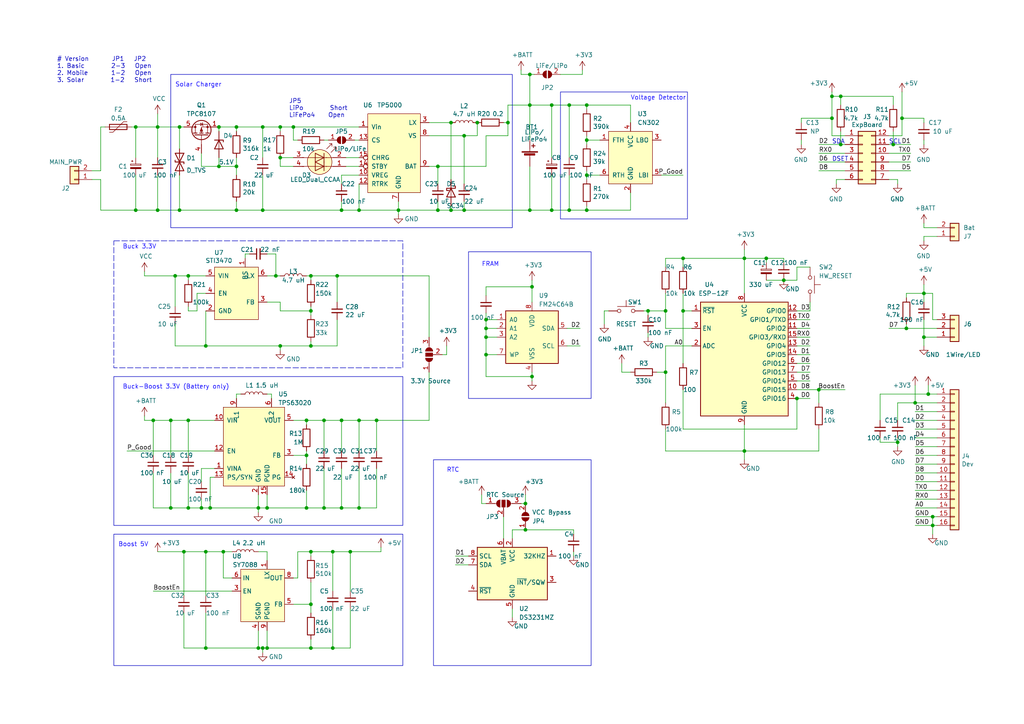
<source format=kicad_sch>
(kicad_sch (version 20230121) (generator eeschema)
  (paper "A4")
  (title_block (title "AirMQ main board") (date "2023-08-30") (rev "0.4.9") (company "#DB3"))
  (lib_symbols
    (symbol "AirMQ---ESP8266_V2-Production-0.4.1-Site-rescue:CP_Small-Device" (pin_numbers hide) (pin_names (offset 0.254) hide)
      (property "Reference" "C" (at 0.254 1.778 0))
      (property "Value" "CP_Small-Device" (at 0.254 -2.032 0))
      (symbol "CP_Small-Device_1_1"
        (pin passive line (at 0 2.54 270) (length 1.8542) (name "~") (number "1"))
        (pin passive line (at 0 -2.54 90) (length 1.8542) (name "~") (number "2"))
      )
    )
    (symbol "AirMQ---ESP8266_V2-Production-0.4.1-Site-rescue:SolderJumper_3_Open-Jumper" (pin_names (offset 0) hide)
      (property "Reference" "JP" (at -2.54 -2.54 0))
      (property "Value" "SolderJumper_3_Open-Jumper" (at 0 2.794 0))
      (symbol "SolderJumper_3_Open-Jumper_1_1"
        (pin passive line (at -5.08 0 0) (length 2.54) (name "A") (number "1"))
        (pin input line (at 0 -3.81 90) (length 2.54) (name "C") (number "2"))
        (pin passive line (at 5.08 0 180) (length 2.54) (name "B") (number "3"))
      )
    )
    (symbol "AirMQ---ESP8266_V2-Production-0.4.1-Xchange-rescue:LED_Dual_CCAA-AirMQ-0.4" (pin_names (offset 0) hide)
      (property "Reference" "D" (at 0 4.445 0))
      (property "Value" "LED_Dual_CCAA-AirMQ-0.4" (at 0 -6.35 0))
      (symbol "LED_Dual_CCAA-AirMQ-0.4_1_1"
        (pin input line (at 7.62 -1.27 180) (length 3.81) (name "K2") (number "1"))
        (pin input line (at 7.62 1.27 180) (length 3.81) (name "K1") (number "2"))
        (pin input line (at -7.62 1.27 0) (length 3.048) (name "A1") (number "3"))
        (pin input line (at -7.62 -1.27 0) (length 3.048) (name "A2") (number "4"))
      )
    )
    (symbol "AirMQ---ESP8266_V2-Production-0.4.1-Xchange-rescue:STI3470-AirMQ-0.4" (pin_names (offset 1.016))
      (property "Reference" "U7" (at -5.08 11.811 0))
      (property "Value" "STI3470" (at -5.08 9.4996 0))
      (symbol "STI3470-AirMQ-0.4_1_1"
        (pin bidirectional line (at 2.54 10.16 270) (length 2.54) (name "BS") (number "1"))
        (pin power_in line (at -8.89 -5.08 0) (length 2.54) (name "GND") (number "2"))
        (pin input line (at 8.89 -2.54 180) (length 2.54) (name "FB") (number "3"))
        (pin input line (at -8.89 0 0) (length 2.54) (name "EN") (number "4"))
        (pin power_in line (at -8.89 5.08 0) (length 2.54) (name "VIN") (number "5"))
        (pin bidirectional line (at 8.89 5.08 180) (length 2.54) (name "LX") (number "6"))
      )
    )
    (symbol "AirMQ_FP:SY7088"
      (property "Reference" "U" (at -6.35 10.16 0))
      (property "Value" "SY7088" (at 6.35 8.89 0))
      (symbol "SY7088_1_1"
        (pin passive line (at 1.27 10.16 270) (length 2.54) (name "LX") (number "1"))
        (pin passive line (at 1.27 10.16 270) (length 2.54) hide (name "LX") (number "2"))
        (pin passive line (at -8.89 1.27 0) (length 2.54) (name "EN") (number "3"))
        (pin passive line (at -1.27 -10.16 90) (length 2.54) (name "SGND") (number "4"))
        (pin passive line (at 8.89 -2.54 180) (length 2.54) (name "FB") (number "5"))
        (pin power_in line (at -8.89 5.08 0) (length 2.54) (name "IN") (number "6"))
        (pin passive line (at 8.89 5.08 180) (length 2.54) hide (name "OUT") (number "7"))
        (pin power_out line (at 8.89 5.08 180) (length 2.54) (name "OUT") (number "8"))
        (pin passive line (at 1.27 -10.16 90) (length 2.54) (name "PGND") (number "9"))
      )
    )
    (symbol "AirMQ_FP:TP5000" (pin_names (offset 1.016))
      (property "Reference" "U" (at 3.81 -12.7 0))
      (property "Value" "TP5000" (at -12.7 13.97 0))
      (symbol "TP5000_0_1"
        (pin power_in line (at -10.16 7.62 0) (length 2.54) (name "Vin") (number "1"))
        (pin passive line (at -10.16 7.62 0) (length 2.54) hide (name "Vin") (number "16"))
        (pin passive line (at -10.16 7.62 0) (length 2.54) hide (name "Vin") (number "2"))
        (pin output line (at 10.16 8.89 180) (length 2.54) (name "LX") (number "3"))
        (pin passive line (at 10.16 8.89 180) (length 2.54) hide (name "LX") (number "5"))
      )
      (symbol "TP5000_1_1"
        (pin input line (at -10.16 -6.35 0) (length 2.54) (name "VREG") (number "10"))
        (pin no_connect line (at 10.16 -7.62 180) (length 2.54) hide (name "TS") (number "11"))
        (pin input line (at -10.16 -8.89 0) (length 2.54) (name "RTRK") (number "12"))
        (pin input line (at -10.16 3.81 0) (length 2.54) (name "CS") (number "13"))
        (pin output inverted (at -10.16 -3.81 0) (length 2.54) (name "STBY") (number "14"))
        (pin output inverted (at -10.16 -1.27 0) (length 2.54) (name "CHRG") (number "15"))
        (pin passive line (at 1.27 -13.97 90) (length 2.54) hide (name "GND") (number "17"))
        (pin passive line (at 10.16 8.89 180) (length 2.54) hide (name "LX") (number "4"))
        (pin passive line (at 1.27 -13.97 90) (length 2.54) hide (name "GND") (number "6"))
        (pin power_in line (at 1.27 -13.97 90) (length 2.54) (name "GND") (number "7"))
        (pin input line (at 10.16 5.08 180) (length 2.54) (name "VS") (number "8"))
        (pin input line (at 10.16 -3.81 180) (length 2.54) (name "BAT") (number "9"))
      )
    )
    (symbol "AirMQ_FP:TPC8107" (pin_names hide)
      (property "Reference" "Q" (at 5.08 1.905 0))
      (property "Value" "TPC8107" (at 5.08 0 0))
      (symbol "TPC8107_1_1"
        (pin passive line (at 2.54 -5.08 90) (length 2.54) (name "S") (number "1"))
        (pin passive line (at 2.54 -5.08 90) (length 2.54) hide (name "S") (number "2"))
        (pin passive line (at 2.54 -5.08 90) (length 2.54) hide (name "S") (number "3"))
        (pin input line (at -5.08 0 0) (length 2.54) (name "G") (number "4"))
        (pin passive line (at 2.54 5.08 270) (length 2.54) (name "D") (number "5"))
        (pin passive line (at 2.54 5.08 270) (length 2.54) hide (name "D") (number "6"))
        (pin passive line (at 2.54 5.08 270) (length 2.54) hide (name "D") (number "7"))
        (pin passive line (at 2.54 5.08 270) (length 2.54) hide (name "D") (number "8"))
      )
    )
    (symbol "AirMQ_FP:TPS63020" (pin_names (offset 1.016))
      (property "Reference" "U" (at 0 19.05 0))
      (property "Value" "TPS63020" (at 0 -19.05 0))
      (symbol "TPS63020_1_1"
        (pin bidirectional line (at -11.43 -6.35 0) (length 2.54) (name "VINA") (number "1"))
        (pin input line (at -11.43 7.62 0) (length 2.54) (name "VIN") (number "10"))
        (pin passive line (at -11.43 7.62 0) (length 2.54) hide (name "VIN") (number "11"))
        (pin input line (at -11.43 -1.27 0) (length 2.54) (name "EN") (number "12"))
        (pin bidirectional line (at -11.43 -8.89 0) (length 2.54) (name "PS/SYN") (number "13"))
        (pin no_connect line (at 11.43 -8.89 180) (length 2.54) (name "PG") (number "14"))
        (pin bidirectional line (at 3.81 -13.97 90) (length 2.54) (name "PGND") (number "15"))
        (pin passive line (at 3.81 -13.97 90) (length 2.54) hide (name "PGND") (number "16"))
        (pin passive line (at 3.81 -13.97 90) (length 2.54) hide (name "PGND") (number "17"))
        (pin passive line (at 3.81 -13.97 90) (length 2.54) hide (name "PGND") (number "18"))
        (pin passive line (at 3.81 -13.97 90) (length 2.54) hide (name "PGND") (number "19"))
        (pin bidirectional line (at 1.27 -13.97 90) (length 2.54) (name "GND") (number "2"))
        (pin passive line (at 3.81 -13.97 90) (length 2.54) hide (name "PGND") (number "20"))
        (pin passive line (at 3.81 -13.97 90) (length 2.54) hide (name "PGND") (number "21"))
        (pin passive line (at 3.81 -13.97 90) (length 2.54) hide (name "PGND") (number "22"))
        (pin passive line (at 3.81 -13.97 90) (length 2.54) hide (name "PGND") (number "23"))
        (pin input line (at 11.43 -2.54 180) (length 2.54) (name "FB") (number "3"))
        (pin passive line (at 11.43 7.62 180) (length 2.54) hide (name "VOUT") (number "4"))
        (pin output line (at 11.43 7.62 180) (length 2.54) (name "VOUT") (number "5"))
        (pin bidirectional line (at 5.08 13.97 270) (length 2.54) (name "L2") (number "6"))
        (pin passive line (at 5.08 13.97 270) (length 2.54) hide (name "L2") (number "7"))
        (pin passive line (at -5.08 13.97 270) (length 2.54) hide (name "L1") (number "8"))
        (pin bidirectional line (at -5.08 13.97 270) (length 2.54) (name "L1") (number "9"))
      )
    )
    (symbol "Airmq-2:CN302" (pin_names (offset 1.016))
      (property "Reference" "U3" (at 2.0194 12.7 0))
      (property "Value" "CN302" (at 2.0194 10.16 0))
      (symbol "CN302_1_1"
        (pin input line (at -8.89 5.08 0) (length 2.54) (name "FTH") (number "1"))
        (pin power_in line (at 0 -10.16 90) (length 2.54) (name "GND") (number "2"))
        (pin output line (at 8.89 5.08 180) (length 2.54) (name "LBO") (number "3"))
        (pin power_in line (at 0 10.16 270) (length 2.54) (name "VCC") (number "4"))
        (pin output line (at 8.89 -5.08 180) (length 2.54) (name "LBI") (number "5"))
        (pin input line (at -8.89 -5.08 0) (length 2.54) (name "RTH") (number "6"))
      )
    )
    (symbol "Connector_Generic:Conn_01x02" (pin_names (offset 1.016) hide)
      (property "Reference" "J" (at 0 2.54 0))
      (property "Value" "Conn_01x02" (at 0 -5.08 0))
      (symbol "Conn_01x02_1_1"
        (pin passive line (at -5.08 0 0) (length 3.81) (name "Pin_1") (number "1"))
        (pin passive line (at -5.08 -2.54 0) (length 3.81) (name "Pin_2") (number "2"))
      )
    )
    (symbol "Connector_Generic:Conn_01x03" (pin_names (offset 1.016) hide)
      (property "Reference" "J" (at 0 5.08 0))
      (property "Value" "Conn_01x03" (at 0 -5.08 0))
      (symbol "Conn_01x03_1_1"
        (pin passive line (at -5.08 2.54 0) (length 3.81) (name "Pin_1") (number "1"))
        (pin passive line (at -5.08 0 0) (length 3.81) (name "Pin_2") (number "2"))
        (pin passive line (at -5.08 -2.54 0) (length 3.81) (name "Pin_3") (number "3"))
      )
    )
    (symbol "Connector_Generic:Conn_01x16" (pin_names (offset 1.016) hide)
      (property "Reference" "J" (at 0 20.32 0))
      (property "Value" "Conn_01x16" (at 0 -22.86 0))
      (symbol "Conn_01x16_1_1"
        (pin passive line (at -5.08 17.78 0) (length 3.81) (name "Pin_1") (number "1"))
        (pin passive line (at -5.08 -5.08 0) (length 3.81) (name "Pin_10") (number "10"))
        (pin passive line (at -5.08 -7.62 0) (length 3.81) (name "Pin_11") (number "11"))
        (pin passive line (at -5.08 -10.16 0) (length 3.81) (name "Pin_12") (number "12"))
        (pin passive line (at -5.08 -12.7 0) (length 3.81) (name "Pin_13") (number "13"))
        (pin passive line (at -5.08 -15.24 0) (length 3.81) (name "Pin_14") (number "14"))
        (pin passive line (at -5.08 -17.78 0) (length 3.81) (name "Pin_15") (number "15"))
        (pin passive line (at -5.08 -20.32 0) (length 3.81) (name "Pin_16") (number "16"))
        (pin passive line (at -5.08 15.24 0) (length 3.81) (name "Pin_2") (number "2"))
        (pin passive line (at -5.08 12.7 0) (length 3.81) (name "Pin_3") (number "3"))
        (pin passive line (at -5.08 10.16 0) (length 3.81) (name "Pin_4") (number "4"))
        (pin passive line (at -5.08 7.62 0) (length 3.81) (name "Pin_5") (number "5"))
        (pin passive line (at -5.08 5.08 0) (length 3.81) (name "Pin_6") (number "6"))
        (pin passive line (at -5.08 2.54 0) (length 3.81) (name "Pin_7") (number "7"))
        (pin passive line (at -5.08 0 0) (length 3.81) (name "Pin_8") (number "8"))
        (pin passive line (at -5.08 -2.54 0) (length 3.81) (name "Pin_9") (number "9"))
      )
    )
    (symbol "Connector_Generic:Conn_02x06_Counter_Clockwise" (pin_names (offset 1.016) hide)
      (property "Reference" "J" (at 1.27 7.62 0))
      (property "Value" "Conn_02x06_Counter_Clockwise" (at 1.27 -10.16 0))
      (symbol "Conn_02x06_Counter_Clockwise_1_1"
        (pin passive line (at -5.08 5.08 0) (length 3.81) (name "Pin_1") (number "1"))
        (pin passive line (at 7.62 0 180) (length 3.81) (name "Pin_10") (number "10"))
        (pin passive line (at 7.62 2.54 180) (length 3.81) (name "Pin_11") (number "11"))
        (pin passive line (at 7.62 5.08 180) (length 3.81) (name "Pin_12") (number "12"))
        (pin passive line (at -5.08 2.54 0) (length 3.81) (name "Pin_2") (number "2"))
        (pin passive line (at -5.08 0 0) (length 3.81) (name "Pin_3") (number "3"))
        (pin passive line (at -5.08 -2.54 0) (length 3.81) (name "Pin_4") (number "4"))
        (pin passive line (at -5.08 -5.08 0) (length 3.81) (name "Pin_5") (number "5"))
        (pin passive line (at -5.08 -7.62 0) (length 3.81) (name "Pin_6") (number "6"))
        (pin passive line (at 7.62 -7.62 180) (length 3.81) (name "Pin_7") (number "7"))
        (pin passive line (at 7.62 -5.08 180) (length 3.81) (name "Pin_8") (number "8"))
        (pin passive line (at 7.62 -2.54 180) (length 3.81) (name "Pin_9") (number "9"))
      )
    )
    (symbol "Device:Battery_Cell" (pin_numbers hide) (pin_names (offset 0) hide)
      (property "Reference" "BT" (at 2.54 2.54 0))
      (property "Value" "Battery_Cell" (at 2.54 0 0))
      (symbol "Battery_Cell_1_1"
        (pin passive line (at 0 5.08 270) (length 2.54) (name "+") (number "1"))
        (pin passive line (at 0 -2.54 90) (length 2.54) (name "-") (number "2"))
      )
    )
    (symbol "Device:C_Small" (pin_numbers hide) (pin_names (offset 0.254) hide)
      (property "Reference" "C" (at 0.254 1.778 0))
      (property "Value" "C_Small" (at 0.254 -2.032 0))
      (symbol "C_Small_1_1"
        (pin passive line (at 0 2.54 270) (length 2.032) (name "~") (number "1"))
        (pin passive line (at 0 -2.54 90) (length 2.032) (name "~") (number "2"))
      )
    )
    (symbol "Device:D_Schottky" (pin_numbers hide) (pin_names (offset 1.016) hide)
      (property "Reference" "D" (at 0 2.54 0))
      (property "Value" "D_Schottky" (at 0 -2.54 0))
      (symbol "D_Schottky_1_1"
        (pin passive line (at -3.81 0 0) (length 2.54) (name "K") (number "1"))
        (pin passive line (at 3.81 0 180) (length 2.54) (name "A") (number "2"))
      )
    )
    (symbol "Device:D_TVS" (pin_numbers hide) (pin_names (offset 1.016) hide)
      (property "Reference" "D" (at 0 2.54 0))
      (property "Value" "D_TVS" (at 0 -2.54 0))
      (symbol "D_TVS_1_1"
        (pin passive line (at -3.81 0 0) (length 2.54) (name "A1") (number "1"))
        (pin passive line (at 3.81 0 180) (length 2.54) (name "A2") (number "2"))
      )
    )
    (symbol "Device:L" (pin_numbers hide) (pin_names (offset 1.016) hide)
      (property "Reference" "L" (at -1.27 0 90))
      (property "Value" "L" (at 1.905 0 90))
      (symbol "L_1_1"
        (pin passive line (at 0 3.81 270) (length 1.27) (name "1") (number "1"))
        (pin passive line (at 0 -3.81 90) (length 1.27) (name "2") (number "2"))
      )
    )
    (symbol "Device:Polyfuse" (pin_numbers hide) (pin_names (offset 0))
      (property "Reference" "F" (at -2.54 0 90))
      (property "Value" "Polyfuse" (at 2.54 0 90))
      (symbol "Polyfuse_1_1"
        (pin passive line (at 0 3.81 270) (length 1.27) (name "~") (number "1"))
        (pin passive line (at 0 -3.81 90) (length 1.27) (name "~") (number "2"))
      )
    )
    (symbol "Device:R" (pin_numbers hide) (pin_names (offset 0))
      (property "Reference" "R" (at 2.032 0 90))
      (property "Value" "R" (at 0 0 90))
      (symbol "R_1_1"
        (pin passive line (at 0 3.81 270) (length 1.27) (name "~") (number "1"))
        (pin passive line (at 0 -3.81 90) (length 1.27) (name "~") (number "2"))
      )
    )
    (symbol "Diode:BZT52Bxx" (pin_numbers hide) (pin_names hide)
      (property "Reference" "D" (at 0 2.54 0))
      (property "Value" "BZT52Bxx" (at 0 -2.54 0))
      (symbol "BZT52Bxx_1_1"
        (pin passive line (at -3.81 0 0) (length 2.54) (name "K") (number "1"))
        (pin passive line (at 3.81 0 180) (length 2.54) (name "A") (number "2"))
      )
    )
    (symbol "Jumper:SolderJumper_2_Open" (pin_names (offset 0) hide)
      (property "Reference" "JP" (at 0 2.032 0))
      (property "Value" "SolderJumper_2_Open" (at 0 -2.54 0))
      (symbol "SolderJumper_2_Open_1_1"
        (pin passive line (at -3.81 0 0) (length 2.54) (name "A") (number "1"))
        (pin passive line (at 3.81 0 180) (length 2.54) (name "B") (number "2"))
      )
    )
    (symbol "Memory_NVRAM:FM24C64B" (pin_names (offset 1.016))
      (property "Reference" "U" (at -5.08 8.89 0))
      (property "Value" "FM24C64B" (at 6.35 -8.89 0))
      (symbol "FM24C64B_1_1"
        (pin input line (at -10.16 5.08 0) (length 2.54) (name "A0") (number "1"))
        (pin input line (at -10.16 2.54 0) (length 2.54) (name "A1") (number "2"))
        (pin input line (at -10.16 0 0) (length 2.54) (name "A2") (number "3"))
        (pin power_in line (at 0 -10.16 90) (length 2.54) (name "VSS") (number "4"))
        (pin bidirectional line (at 10.16 2.54 180) (length 2.54) (name "SDA") (number "5"))
        (pin input line (at 10.16 -2.54 180) (length 2.54) (name "SCL") (number "6"))
        (pin input line (at -10.16 -5.08 0) (length 2.54) (name "WP") (number "7"))
        (pin power_in line (at 0 10.16 270) (length 2.54) (name "VDD") (number "8"))
      )
    )
    (symbol "RF_Module:ESP-07"
      (property "Reference" "U" (at -12.7 19.05 0))
      (property "Value" "ESP-07" (at 12.7 19.05 0))
      (symbol "ESP-07_1_1"
        (pin input line (at -15.24 15.24 0) (length 2.54) (name "~{RST}") (number "1"))
        (pin bidirectional line (at 15.24 -7.62 180) (length 2.54) (name "GPIO15") (number "10"))
        (pin bidirectional line (at 15.24 10.16 180) (length 2.54) (name "GPIO2") (number "11"))
        (pin bidirectional line (at 15.24 15.24 180) (length 2.54) (name "GPIO0") (number "12"))
        (pin bidirectional line (at 15.24 5.08 180) (length 2.54) (name "GPIO4") (number "13"))
        (pin bidirectional line (at 15.24 2.54 180) (length 2.54) (name "GPIO5") (number "14"))
        (pin bidirectional line (at 15.24 7.62 180) (length 2.54) (name "GPIO3/RXD") (number "15"))
        (pin bidirectional line (at 15.24 12.7 180) (length 2.54) (name "GPIO1/TXD") (number "16"))
        (pin input line (at -15.24 5.08 0) (length 2.54) (name "ADC") (number "2"))
        (pin input line (at -15.24 10.16 0) (length 2.54) (name "EN") (number "3"))
        (pin bidirectional line (at 15.24 -10.16 180) (length 2.54) (name "GPIO16") (number "4"))
        (pin bidirectional line (at 15.24 -5.08 180) (length 2.54) (name "GPIO14") (number "5"))
        (pin bidirectional line (at 15.24 0 180) (length 2.54) (name "GPIO12") (number "6"))
        (pin bidirectional line (at 15.24 -2.54 180) (length 2.54) (name "GPIO13") (number "7"))
        (pin power_in line (at 0 20.32 270) (length 2.54) (name "VCC") (number "8"))
        (pin power_in line (at 0 -17.78 90) (length 2.54) (name "GND") (number "9"))
      )
    )
    (symbol "Switch:SW_Push" (pin_numbers hide) (pin_names (offset 1.016) hide)
      (property "Reference" "SW" (at 1.27 2.54 0))
      (property "Value" "SW_Push" (at 0 -1.524 0))
      (symbol "SW_Push_0_1"
        (pin passive line (at -5.08 0 0) (length 2.54) (name "1") (number "1"))
        (pin passive line (at 5.08 0 180) (length 2.54) (name "2") (number "2"))
      )
    )
    (symbol "Timer_RTC:DS3231MZ"
      (property "Reference" "U1" (at 2.0194 -10.16 0))
      (property "Value" "DS3231MZ" (at 2.0194 -12.7 0))
      (symbol "DS3231MZ_1_1"
        (pin passive line (at 12.7 5.08 180) (length 2.54) (name "32KHZ") (number "1"))
        (pin power_in line (at 0 10.16 270) (length 2.54) (name "VCC") (number "2"))
        (pin passive line (at 12.7 -2.54 180) (length 2.54) (name "~{INT}/SQW") (number "3"))
        (pin bidirectional line (at -12.7 -5.08 0) (length 2.54) (name "~{RST}") (number "4"))
        (pin power_in line (at 0 -10.16 90) (length 2.54) (name "GND") (number "5"))
        (pin power_in line (at -2.54 10.16 270) (length 2.54) (name "VBAT") (number "6"))
        (pin bidirectional line (at -12.7 2.54 0) (length 2.54) (name "SDA") (number "7"))
        (pin input line (at -12.7 5.08 0) (length 2.54) (name "SCL") (number "8"))
      )
    )
    (symbol "power:+3V3" (power) (pin_names (offset 0))
      (property "Value" "+3V3" (at 0 3.556 0))
      (symbol "+3V3_1_1"
        (pin power_in line (at 0 0 90) (length 0) hide (name "+3V3") (number "1"))
      )
    )
    (symbol "power:+5V" (power) (pin_names (offset 0))
      (property "Value" "+5V" (at 0 3.556 0))
      (symbol "+5V_1_1"
        (pin power_in line (at 0 0 90) (length 0) hide (name "+5V") (number "1"))
      )
    )
    (symbol "power:+BATT" (power) (pin_names (offset 0))
      (property "Value" "+BATT" (at 0 3.556 0))
      (symbol "+BATT_1_1"
        (pin power_in line (at 0 0 90) (length 0) hide (name "+BATT") (number "1"))
      )
    )
    (symbol "power:GND" (power) (pin_names (offset 0))
      (property "Value" "GND" (at 0 -3.81 0))
      (symbol "GND_1_1"
        (pin power_in line (at 0 0 270) (length 0) hide (name "GND") (number "1"))
      )
    )
    (symbol "power:VCC" (power) (pin_names (offset 0))
      (property "Value" "VCC" (at 0 3.81 0))
      (symbol "VCC_1_1"
        (pin power_in line (at 0 0 90) (length 0) hide (name "VCC") (number "1"))
      )
    )
  )
  (junction (at 88.9 132.08))
  (junction (at 140.97 92.71))
  (junction (at 152.4 153.67))
  (junction (at 160.02 30.48))
  (junction (at 74.93 147.32))
  (junction (at 193.04 107.95))
  (junction (at 96.52 187.96))
  (junction (at 39.37 60.96))
  (junction (at 153.67 30.48))
  (junction (at 88.9 147.32))
  (junction (at 140.97 95.25))
  (junction (at 259.08 41.91))
  (junction (at 127 60.96))
  (junction (at 99.06 60.96))
  (junction (at 63.5 36.83))
  (junction (at 68.58 60.96))
  (junction (at 50.8 80.01))
  (junction (at 76.2 187.96))
  (junction (at 152.4 146.05))
  (junction (at 104.14 121.92))
  (junction (at 267.97 97.79))
  (junction (at 265.43 116.84))
  (junction (at 45.72 36.83))
  (junction (at 64.77 160.02))
  (junction (at 59.69 100.33))
  (junction (at 198.12 74.93))
  (junction (at 215.9 130.81))
  (junction (at 170.18 60.96))
  (junction (at 77.47 187.96))
  (junction (at 154.305 109.22))
  (junction (at 260.35 128.27))
  (junction (at 49.53 147.32))
  (junction (at 81.28 100.33))
  (junction (at 109.22 121.92))
  (junction (at 193.04 90.17))
  (junction (at 154.305 83.185))
  (junction (at 231.14 115.57))
  (junction (at 237.49 113.03))
  (junction (at 267.97 85.09))
  (junction (at 99.06 147.32))
  (junction (at 90.17 100.33))
  (junction (at 68.58 36.83))
  (junction (at 170.18 40.64))
  (junction (at 262.89 95.25))
  (junction (at 93.98 147.32))
  (junction (at 45.72 60.96))
  (junction (at 198.12 90.17))
  (junction (at 81.28 45.72))
  (junction (at 104.14 60.96))
  (junction (at 130.81 35.56))
  (junction (at 80.01 80.01))
  (junction (at 85.09 36.83))
  (junction (at 227.33 81.28))
  (junction (at 49.53 121.92))
  (junction (at 99.06 121.92))
  (junction (at 160.02 60.96))
  (junction (at 222.25 74.93))
  (junction (at 270.51 152.4))
  (junction (at 90.17 160.02))
  (junction (at 165.1 30.48))
  (junction (at 88.9 121.92))
  (junction (at 60.96 147.32))
  (junction (at 134.62 60.96))
  (junction (at 153.67 60.96))
  (junction (at 53.34 160.02))
  (junction (at 138.43 35.56))
  (junction (at 90.17 90.17))
  (junction (at 115.57 60.96))
  (junction (at 44.45 121.92))
  (junction (at 77.47 147.32))
  (junction (at 59.69 160.02))
  (junction (at 52.07 36.83))
  (junction (at 270.51 149.86))
  (junction (at 68.58 48.26))
  (junction (at 147.32 35.56))
  (junction (at 90.17 80.01))
  (junction (at 81.28 36.83))
  (junction (at 58.42 147.32))
  (junction (at 90.17 175.26))
  (junction (at 54.61 147.32))
  (junction (at 243.84 41.91))
  (junction (at 101.6 160.02))
  (junction (at 241.3 34.29))
  (junction (at 165.1 60.96))
  (junction (at 52.07 60.96))
  (junction (at 39.37 36.83))
  (junction (at 170.18 50.8))
  (junction (at 76.2 60.96))
  (junction (at 170.18 30.48))
  (junction (at 76.2 36.83))
  (junction (at 140.97 102.87))
  (junction (at 261.62 34.29))
  (junction (at 241.3 27.94))
  (junction (at 54.61 80.01))
  (junction (at 63.5 48.26))
  (junction (at 104.14 147.32))
  (junction (at 93.98 121.92))
  (junction (at 140.97 97.79))
  (junction (at 127 48.26))
  (junction (at 54.61 121.92))
  (junction (at 215.9 74.93))
  (junction (at 130.81 60.96))
  (junction (at 59.69 187.96))
  (junction (at 153.67 21.59))
  (junction (at 96.52 160.02))
  (junction (at 134.62 39.37))
  (junction (at 74.93 187.96))
  (junction (at 269.24 114.3))
  (junction (at 243.84 27.94))
  (junction (at 90.17 187.96))
  (junction (at 97.79 80.01))
  (junction (at 187.96 90.17))
  (wire (pts (xy 49.53 137.16) (xy 49.53 147.32)))
  (wire (pts (xy 67.31 167.64) (xy 64.77 167.64)))
  (wire (pts (xy 232.41 35.56) (xy 232.41 34.29)))
  (wire (pts (xy 271.78 147.32) (xy 265.43 147.32)))
  (wire (pts (xy 271.78 119.38) (xy 265.43 119.38)))
  (wire (pts (xy 81.28 100.33) (xy 90.17 100.33)))
  (wire (pts (xy 59.69 85.09) (xy 57.15 85.09)))
  (wire (pts (xy 242.57 52.07) (xy 245.11 52.07)))
  (wire (pts (xy 99.06 53.34) (xy 99.06 50.8)))
  (wire (pts (xy 165.1 30.48) (xy 170.18 30.48)))
  (wire (pts (xy 271.78 129.54) (xy 265.43 129.54)))
  (wire (pts (xy 227.33 76.2) (xy 227.33 74.93)))
  (wire (pts (xy 88.9 130.81) (xy 88.9 132.08)))
  (wire (pts (xy 271.78 144.78) (xy 265.43 144.78)))
  (wire (pts (xy 41.91 121.92) (xy 44.45 121.92)))
  (wire (pts (xy 267.97 97.79) (xy 271.78 97.79)))
  (wire (pts (xy 267.97 85.09) (xy 262.89 85.09)))
  (wire (pts (xy 78.74 114.3) (xy 78.74 115.57)))
  (wire (pts (xy 41.91 120.65) (xy 41.91 121.92)))
  (wire (pts (xy 198.12 124.46) (xy 198.12 113.03)))
  (wire (pts (xy 97.79 87.63) (xy 97.79 80.01)))
  (wire (pts (xy 271.78 152.4) (xy 270.51 152.4)))
  (wire (pts (xy 76.2 60.96) (xy 99.06 60.96)))
  (wire (pts (xy 41.91 80.01) (xy 41.91 78.74)))
  (wire (pts (xy 44.45 121.92) (xy 49.53 121.92)))
  (wire (pts (xy 127 60.96) (xy 115.57 60.96)))
  (wire (pts (xy 29.21 49.53) (xy 26.67 49.53)))
  (wire (pts (xy 77.47 143.51) (xy 77.47 147.32)))
  (wire (pts (xy 97.79 80.01) (xy 124.46 80.01)))
  (wire (pts (xy 26.67 52.07) (xy 29.21 52.07)))
  (wire (pts (xy 270.51 85.09) (xy 267.97 85.09)))
  (wire (pts (xy 262.89 93.98) (xy 262.89 95.25)))
  (wire (pts (xy 45.72 33.02) (xy 45.72 36.83)))
  (wire (pts (xy 96.52 176.53) (xy 96.52 187.96)))
  (wire (pts (xy 54.61 132.08) (xy 54.61 121.92)))
  (wire (pts (xy 198.12 85.09) (xy 198.12 90.17)))
  (wire (pts (xy 90.17 80.01) (xy 90.17 81.28)))
  (wire (pts (xy 170.18 30.48) (xy 182.88 30.48)))
  (wire (pts (xy 80.01 73.66) (xy 80.01 80.01)))
  (wire (pts (xy 140.97 90.805) (xy 140.97 92.71)))
  (wire (pts (xy 29.21 36.83) (xy 29.21 49.53)))
  (wire (pts (xy 53.34 160.02) (xy 53.34 172.72)))
  (wire (pts (xy 104.14 147.32) (xy 99.06 147.32)))
  (wire (pts (xy 68.58 36.83) (xy 68.58 38.1)))
  (wire (pts (xy 81.28 36.83) (xy 85.09 36.83)))
  (wire (pts (xy 45.72 36.83) (xy 52.07 36.83)))
  (wire (pts (xy 50.8 100.33) (xy 50.8 93.98)))
  (wire (pts (xy 147.32 35.56) (xy 146.05 35.56)))
  (wire (pts (xy 44.45 137.16) (xy 44.45 147.32)))
  (wire (pts (xy 90.17 90.17) (xy 90.17 91.44)))
  (wire (pts (xy 96.52 187.96) (xy 101.6 187.96)))
  (wire (pts (xy 271.78 132.08) (xy 265.43 132.08)))
  (wire (pts (xy 231.14 124.46) (xy 198.12 124.46)))
  (wire (pts (xy 104.14 53.34) (xy 104.14 60.96)))
  (wire (pts (xy 54.61 147.32) (xy 58.42 147.32)))
  (wire (pts (xy 58.42 44.45) (xy 58.42 48.26)))
  (wire (pts (xy 54.61 80.01) (xy 59.69 80.01)))
  (wire (pts (xy 170.18 50.8) (xy 170.18 52.07)))
  (wire (pts (xy 50.8 88.9) (xy 50.8 80.01)))
  (wire (pts (xy 29.21 52.07) (xy 29.21 60.96)))
  (wire (pts (xy 187.96 91.44) (xy 187.96 90.17)))
  (wire (pts (xy 261.62 26.67) (xy 261.62 34.29)))
  (wire (pts (xy 104.14 121.92) (xy 104.14 130.81)))
  (wire (pts (xy 86.36 167.64) (xy 86.36 160.02)))
  (wire (pts (xy 57.15 85.09) (xy 57.15 90.17)))
  (wire (pts (xy 257.81 49.53) (xy 264.16 49.53)))
  (wire (pts (xy 170.18 60.96) (xy 170.18 59.69)))
  (wire (pts (xy 271.78 149.86) (xy 270.51 149.86)))
  (wire (pts (xy 104.14 135.89) (xy 104.14 147.32)))
  (wire (pts (xy 270.51 154.94) (xy 270.51 152.4)))
  (wire (pts (xy 237.49 124.46) (xy 237.49 130.81)))
  (wire (pts (xy 193.04 130.81) (xy 215.9 130.81)))
  (wire (pts (xy 134.62 58.42) (xy 134.62 60.96)))
  (wire (pts (xy 39.37 36.83) (xy 39.37 45.72)))
  (wire (pts (xy 260.35 128.27) (xy 260.35 129.54)))
  (wire (pts (xy 99.06 50.8) (xy 104.14 50.8)))
  (wire (pts (xy 74.93 182.88) (xy 74.93 187.96)))
  (wire (pts (xy 64.77 160.02) (xy 67.31 160.02)))
  (wire (pts (xy 193.04 130.81) (xy 193.04 124.46)))
  (wire (pts (xy 255.27 114.3) (xy 255.27 121.92)))
  (wire (pts (xy 49.53 121.92) (xy 54.61 121.92)))
  (wire (pts (xy 243.84 27.94) (xy 259.08 27.94)))
  (wire (pts (xy 85.09 175.26) (xy 90.17 175.26)))
  (wire (pts (xy 270.51 149.86) (xy 265.43 149.86)))
  (wire (pts (xy 160.02 50.8) (xy 160.02 60.96)))
  (wire (pts (xy 52.07 36.83) (xy 52.07 43.18)))
  (wire (pts (xy 72.39 73.66) (xy 71.12 73.66)))
  (wire (pts (xy 63.5 36.83) (xy 68.58 36.83)))
  (wire (pts (xy 139.7 146.05) (xy 140.97 146.05)))
  (wire (pts (xy 270.51 92.71) (xy 270.51 85.09)))
  (wire (pts (xy 85.09 132.08) (xy 88.9 132.08)))
  (wire (pts (xy 234.95 90.17) (xy 234.95 87.63)))
  (wire (pts (xy 77.47 87.63) (xy 81.28 87.63)))
  (wire (pts (xy 175.26 90.17) (xy 175.26 93.98)))
  (wire (pts (xy 231.14 81.28) (xy 227.33 81.28)))
  (wire (pts (xy 182.88 55.88) (xy 182.88 60.96)))
  (wire (pts (xy 45.72 60.96) (xy 52.07 60.96)))
  (wire (pts (xy 144.145 92.71) (xy 140.97 92.71)))
  (wire (pts (xy 193.04 85.09) (xy 193.04 90.17)))
  (wire (pts (xy 160.02 30.48) (xy 160.02 45.72)))
  (wire (pts (xy 232.41 34.29) (xy 241.3 34.29)))
  (wire (pts (xy 242.57 53.34) (xy 242.57 52.07)))
  (wire (pts (xy 140.97 48.26) (xy 140.97 39.37)))
  (wire (pts (xy 164.465 95.25) (xy 168.275 95.25)))
  (wire (pts (xy 269.24 114.3) (xy 269.24 111.76)))
  (wire (pts (xy 109.22 147.32) (xy 104.14 147.32)))
  (wire (pts (xy 63.5 38.1) (xy 63.5 36.83)))
  (wire (pts (xy 262.89 85.09) (xy 262.89 86.36)))
  (wire (pts (xy 154.305 81.28) (xy 154.305 83.185)))
  (wire (pts (xy 45.72 160.02) (xy 53.34 160.02)))
  (wire (pts (xy 78.74 114.3) (xy 77.47 114.3)))
  (wire (pts (xy 109.22 135.89) (xy 109.22 147.32)))
  (wire (pts (xy 127 48.26) (xy 124.46 48.26)))
  (wire (pts (xy 86.36 160.02) (xy 90.17 160.02)))
  (wire (pts (xy 193.04 100.33) (xy 193.04 107.95)))
  (wire (pts (xy 146.05 149.86) (xy 146.05 156.21)))
  (wire (pts (xy 153.67 30.48) (xy 160.02 30.48)))
  (wire (pts (xy 147.32 30.48) (xy 153.67 30.48)))
  (wire (pts (xy 231.14 77.47) (xy 231.14 81.28)))
  (wire (pts (xy 186.69 90.17) (xy 187.96 90.17)))
  (wire (pts (xy 134.62 39.37) (xy 138.43 39.37)))
  (wire (pts (xy 170.18 60.96) (xy 165.1 60.96)))
  (wire (pts (xy 255.27 127) (xy 255.27 128.27)))
  (wire (pts (xy 81.28 90.17) (xy 90.17 90.17)))
  (wire (pts (xy 271.78 127) (xy 265.43 127)))
  (wire (pts (xy 170.18 39.37) (xy 170.18 40.64)))
  (wire (pts (xy 93.98 147.32) (xy 88.9 147.32)))
  (wire (pts (xy 77.47 182.88) (xy 77.47 187.96)))
  (wire (pts (xy 271.78 139.7) (xy 265.43 139.7)))
  (wire (pts (xy 140.97 92.71) (xy 140.97 95.25)))
  (wire (pts (xy 153.67 48.26) (xy 153.67 60.96)))
  (wire (pts (xy 90.17 80.01) (xy 97.79 80.01)))
  (wire (pts (xy 59.69 187.96) (xy 74.93 187.96)))
  (wire (pts (xy 168.91 20.32) (xy 168.91 21.59)))
  (wire (pts (xy 109.22 121.92) (xy 104.14 121.92)))
  (wire (pts (xy 54.61 137.16) (xy 54.61 147.32)))
  (wire (pts (xy 99.06 60.96) (xy 104.14 60.96)))
  (wire (pts (xy 234.95 77.47) (xy 231.14 77.47)))
  (wire (pts (xy 90.17 177.8) (xy 90.17 175.26)))
  (wire (pts (xy 85.09 40.64) (xy 85.09 36.83)))
  (wire (pts (xy 257.81 44.45) (xy 264.16 44.45)))
  (wire (pts (xy 93.98 40.64) (xy 95.25 40.64)))
  (wire (pts (xy 267.97 35.56) (xy 267.97 34.29)))
  (wire (pts (xy 45.72 50.8) (xy 45.72 60.96)))
  (wire (pts (xy 267.97 41.91) (xy 267.97 40.64)))
  (wire (pts (xy 74.93 143.51) (xy 74.93 147.32)))
  (wire (pts (xy 58.42 135.89) (xy 62.23 135.89)))
  (wire (pts (xy 191.77 50.8) (xy 198.12 50.8)))
  (wire (pts (xy 130.81 60.96) (xy 127 60.96)))
  (wire (pts (xy 104.14 60.96) (xy 115.57 60.96)))
  (wire (pts (xy 193.04 74.93) (xy 198.12 74.93)))
  (wire (pts (xy 267.97 34.29) (xy 261.62 34.29)))
  (wire (pts (xy 245.11 41.91) (xy 243.84 41.91)))
  (wire (pts (xy 86.36 40.64) (xy 85.09 40.64)))
  (wire (pts (xy 170.18 49.53) (xy 170.18 50.8)))
  (wire (pts (xy 100.33 45.72) (xy 104.14 45.72)))
  (wire (pts (xy 44.45 147.32) (xy 49.53 147.32)))
  (wire (pts (xy 57.15 90.17) (xy 54.61 90.17)))
  (wire (pts (xy 64.77 160.02) (xy 64.77 167.64)))
  (wire (pts (xy 85.09 167.64) (xy 86.36 167.64)))
  (wire (pts (xy 231.14 115.57) (xy 234.95 115.57)))
  (wire (pts (xy 222.25 74.93) (xy 227.33 74.93)))
  (wire (pts (xy 164.465 100.33) (xy 168.275 100.33)))
  (wire (pts (xy 153.67 30.48) (xy 153.67 40.64)))
  (wire (pts (xy 154.94 21.59) (xy 153.67 21.59)))
  (wire (pts (xy 165.1 30.48) (xy 160.02 30.48)))
  (wire (pts (xy 29.21 60.96) (xy 39.37 60.96)))
  (wire (pts (xy 260.35 116.84) (xy 265.43 116.84)))
  (wire (pts (xy 153.67 21.59) (xy 151.13 21.59)))
  (wire (pts (xy 260.35 121.92) (xy 260.35 116.84)))
  (wire (pts (xy 243.84 38.1) (xy 243.84 41.91)))
  (wire (pts (xy 100.33 48.26) (xy 104.14 48.26)))
  (wire (pts (xy 267.97 68.58) (xy 271.78 68.58)))
  (wire (pts (xy 127 53.34) (xy 127 48.26)))
  (wire (pts (xy 154.305 109.22) (xy 154.305 110.49)))
  (wire (pts (xy 267.97 92.71) (xy 267.97 97.79)))
  (wire (pts (xy 243.84 30.48) (xy 243.84 27.94)))
  (wire (pts (xy 140.97 95.25) (xy 140.97 97.79)))
  (wire (pts (xy 231.14 92.71) (xy 234.95 92.71)))
  (wire (pts (xy 259.08 38.1) (xy 259.08 41.91)))
  (wire (pts (xy 265.43 116.84) (xy 265.43 111.76)))
  (wire (pts (xy 262.89 95.25) (xy 257.81 95.25)))
  (wire (pts (xy 257.81 52.07) (xy 260.35 52.07)))
  (wire (pts (xy 77.47 160.02) (xy 77.47 162.56)))
  (wire (pts (xy 270.51 152.4) (xy 265.43 152.4)))
  (wire (pts (xy 124.46 39.37) (xy 134.62 39.37)))
  (wire (pts (xy 52.07 36.83) (xy 53.34 36.83)))
  (wire (pts (xy 271.78 137.16) (xy 265.43 137.16)))
  (wire (pts (xy 90.17 161.29) (xy 90.17 160.02)))
  (wire (pts (xy 271.78 121.92) (xy 265.43 121.92)))
  (wire (pts (xy 187.96 97.79) (xy 187.96 96.52)))
  (wire (pts (xy 81.28 45.72) (xy 85.09 45.72)))
  (wire (pts (xy 215.9 74.93) (xy 222.25 74.93)))
  (wire (pts (xy 38.1 36.83) (xy 39.37 36.83)))
  (wire (pts (xy 63.5 45.72) (xy 63.5 48.26)))
  (wire (pts (xy 58.42 144.78) (xy 58.42 147.32)))
  (wire (pts (xy 267.97 66.04) (xy 267.97 64.77)))
  (wire (pts (xy 154.305 107.95) (xy 154.305 109.22)))
  (wire (pts (xy 77.47 187.96) (xy 90.17 187.96)))
  (wire (pts (xy 90.17 160.02) (xy 96.52 160.02)))
  (wire (pts (xy 90.17 88.9) (xy 90.17 90.17)))
  (wire (pts (xy 76.2 50.8) (xy 76.2 60.96)))
  (wire (pts (xy 130.81 52.07) (xy 130.81 35.56)))
  (wire (pts (xy 182.88 35.56) (xy 182.88 30.48)))
  (wire (pts (xy 74.93 187.96) (xy 76.2 187.96)))
  (wire (pts (xy 231.14 105.41) (xy 234.95 105.41)))
  (wire (pts (xy 243.84 41.91) (xy 237.49 41.91)))
  (wire (pts (xy 241.3 26.67) (xy 241.3 27.94)))
  (wire (pts (xy 76.2 45.72) (xy 76.2 36.83)))
  (wire (pts (xy 90.17 175.26) (xy 90.17 168.91)))
  (wire (pts (xy 132.08 161.29) (xy 135.89 161.29)))
  (wire (pts (xy 109.22 130.81) (xy 109.22 121.92)))
  (wire (pts (xy 59.69 177.8) (xy 59.69 187.96)))
  (wire (pts (xy 231.14 90.17) (xy 234.95 90.17)))
  (wire (pts (xy 148.59 156.21) (xy 148.59 153.67)))
  (wire (pts (xy 139.7 143.51) (xy 139.7 146.05)))
  (wire (pts (xy 39.37 50.8) (xy 39.37 60.96)))
  (wire (pts (xy 231.14 102.87) (xy 234.95 102.87)))
  (wire (pts (xy 165.1 60.96) (xy 165.1 50.8)))
  (wire (pts (xy 128.27 102.87) (xy 129.54 102.87)))
  (wire (pts (xy 62.23 138.43) (xy 60.96 138.43)))
  (wire (pts (xy 52.07 50.8) (xy 52.07 60.96)))
  (wire (pts (xy 44.45 171.45) (xy 67.31 171.45)))
  (wire (pts (xy 99.06 130.81) (xy 99.06 121.92)))
  (wire (pts (xy 96.52 160.02) (xy 96.52 171.45)))
  (wire (pts (xy 152.4 143.51) (xy 152.4 146.05)))
  (wire (pts (xy 68.58 36.83) (xy 76.2 36.83)))
  (wire (pts (xy 241.3 27.94) (xy 243.84 27.94)))
  (wire (pts (xy 241.3 39.37) (xy 245.11 39.37)))
  (wire (pts (xy 49.53 132.08) (xy 49.53 121.92)))
  (wire (pts (xy 101.6 176.53) (xy 101.6 187.96)))
  (wire (pts (xy 90.17 187.96) (xy 96.52 187.96)))
  (wire (pts (xy 58.42 147.32) (xy 60.96 147.32)))
  (wire (pts (xy 115.57 62.23) (xy 115.57 60.96)))
  (wire (pts (xy 85.09 121.92) (xy 88.9 121.92)))
  (wire (pts (xy 124.46 121.92) (xy 124.46 107.95)))
  (wire (pts (xy 151.13 146.05) (xy 152.4 146.05)))
  (wire (pts (xy 170.18 60.96) (xy 182.88 60.96)))
  (wire (pts (xy 39.37 60.96) (xy 45.72 60.96)))
  (wire (pts (xy 59.69 90.17) (xy 59.69 100.33)))
  (wire (pts (xy 138.43 39.37) (xy 138.43 35.56)))
  (wire (pts (xy 193.04 95.25) (xy 193.04 90.17)))
  (wire (pts (xy 68.58 60.96) (xy 76.2 60.96)))
  (wire (pts (xy 80.01 80.01) (xy 81.28 80.01)))
  (wire (pts (xy 267.97 85.09) (xy 267.97 82.55)))
  (wire (pts (xy 231.14 97.79) (xy 234.95 97.79)))
  (wire (pts (xy 261.62 39.37) (xy 257.81 39.37)))
  (wire (pts (xy 77.47 147.32) (xy 88.9 147.32)))
  (wire (pts (xy 88.9 123.19) (xy 88.9 121.92)))
  (wire (pts (xy 96.52 160.02) (xy 101.6 160.02)))
  (wire (pts (xy 271.78 95.25) (xy 262.89 95.25)))
  (wire (pts (xy 68.58 58.42) (xy 68.58 60.96)))
  (wire (pts (xy 76.2 187.96) (xy 77.47 187.96)))
  (wire (pts (xy 59.69 160.02) (xy 59.69 172.72)))
  (wire (pts (xy 54.61 88.9) (xy 54.61 90.17)))
  (wire (pts (xy 129.54 102.87) (xy 129.54 100.33)))
  (wire (pts (xy 271.78 92.71) (xy 270.51 92.71)))
  (wire (pts (xy 257.81 41.91) (xy 259.08 41.91)))
  (wire (pts (xy 85.09 36.83) (xy 104.14 36.83)))
  (wire (pts (xy 193.04 107.95) (xy 193.04 116.84)))
  (wire (pts (xy 36.83 130.81) (xy 62.23 130.81)))
  (wire (pts (xy 241.3 27.94) (xy 241.3 34.29)))
  (wire (pts (xy 110.49 160.02) (xy 110.49 158.75)))
  (wire (pts (xy 90.17 100.33) (xy 90.17 99.06)))
  (wire (pts (xy 170.18 31.75) (xy 170.18 30.48)))
  (wire (pts (xy 134.62 60.96) (xy 153.67 60.96)))
  (wire (pts (xy 271.78 124.46) (xy 265.43 124.46)))
  (wire (pts (xy 170.18 50.8) (xy 173.99 50.8)))
  (wire (pts (xy 109.22 121.92) (xy 124.46 121.92)))
  (wire (pts (xy 154.305 83.185) (xy 140.97 83.185)))
  (wire (pts (xy 58.42 48.26) (xy 63.5 48.26)))
  (wire (pts (xy 269.24 114.3) (xy 271.78 114.3)))
  (wire (pts (xy 198.12 77.47) (xy 198.12 74.93)))
  (wire (pts (xy 261.62 34.29) (xy 261.62 39.37)))
  (wire (pts (xy 140.97 39.37) (xy 147.32 39.37)))
  (wire (pts (xy 237.49 113.03) (xy 245.11 113.03)))
  (wire (pts (xy 231.14 110.49) (xy 234.95 110.49)))
  (wire (pts (xy 127 58.42) (xy 127 60.96)))
  (wire (pts (xy 115.57 58.42) (xy 115.57 60.96)))
  (wire (pts (xy 77.47 73.66) (xy 80.01 73.66)))
  (wire (pts (xy 231.14 115.57) (xy 231.14 124.46)))
  (wire (pts (xy 101.6 171.45) (xy 101.6 160.02)))
  (wire (pts (xy 148.59 176.53) (xy 148.59 179.07)))
  (wire (pts (xy 132.08 163.83) (xy 135.89 163.83)))
  (wire (pts (xy 52.07 60.96) (xy 68.58 60.96)))
  (wire (pts (xy 124.46 80.01) (xy 124.46 97.79)))
  (wire (pts (xy 215.9 133.35) (xy 215.9 130.81)))
  (wire (pts (xy 231.14 95.25) (xy 234.95 95.25)))
  (wire (pts (xy 198.12 90.17) (xy 198.12 105.41)))
  (wire (pts (xy 166.37 154.94) (xy 166.37 153.67)))
  (wire (pts (xy 101.6 160.02) (xy 110.49 160.02)))
  (wire (pts (xy 260.35 127) (xy 260.35 128.27)))
  (wire (pts (xy 165.1 45.72) (xy 165.1 30.48)))
  (wire (pts (xy 49.53 147.32) (xy 54.61 147.32)))
  (wire (pts (xy 166.37 153.67) (xy 152.4 153.67)))
  (wire (pts (xy 90.17 185.42) (xy 90.17 187.96)))
  (wire (pts (xy 76.2 189.23) (xy 76.2 187.96)))
  (wire (pts (xy 68.58 45.72) (xy 68.58 48.26)))
  (wire (pts (xy 187.96 90.17) (xy 193.04 90.17)))
  (wire (pts (xy 68.58 114.3) (xy 69.85 114.3)))
  (wire (pts (xy 140.97 83.185) (xy 140.97 85.725)))
  (wire (pts (xy 271.78 142.24) (xy 265.43 142.24)))
  (wire (pts (xy 44.45 121.92) (xy 44.45 132.08)))
  (wire (pts (xy 140.97 97.79) (xy 140.97 102.87)))
  (wire (pts (xy 267.97 69.85) (xy 267.97 68.58)))
  (wire (pts (xy 222.25 81.28) (xy 227.33 81.28)))
  (wire (pts (xy 93.98 130.81) (xy 93.98 121.92)))
  (wire (pts (xy 231.14 113.03) (xy 237.49 113.03)))
  (wire (pts (xy 30.48 36.83) (xy 29.21 36.83)))
  (wire (pts (xy 154.305 87.63) (xy 154.305 83.185)))
  (wire (pts (xy 41.91 80.01) (xy 50.8 80.01)))
  (wire (pts (xy 241.3 34.29) (xy 241.3 39.37)))
  (wire (pts (xy 255.27 114.3) (xy 269.24 114.3)))
  (wire (pts (xy 53.34 187.96) (xy 59.69 187.96)))
  (wire (pts (xy 180.34 107.95) (xy 182.88 107.95)))
  (wire (pts (xy 245.11 44.45) (xy 237.49 44.45)))
  (wire (pts (xy 99.06 147.32) (xy 93.98 147.32)))
  (wire (pts (xy 259.08 41.91) (xy 264.16 41.91)))
  (wire (pts (xy 215.9 123.19) (xy 215.9 130.81)))
  (wire (pts (xy 99.06 135.89) (xy 99.06 147.32)))
  (wire (pts (xy 231.14 100.33) (xy 234.95 100.33)))
  (wire (pts (xy 151.13 21.59) (xy 151.13 20.32)))
  (wire (pts (xy 245.11 46.99) (xy 237.49 46.99)))
  (wire (pts (xy 215.9 72.39) (xy 215.9 74.93)))
  (wire (pts (xy 54.61 81.28) (xy 54.61 80.01)))
  (wire (pts (xy 88.9 142.24) (xy 88.9 147.32)))
  (wire (pts (xy 231.14 107.95) (xy 234.95 107.95)))
  (wire (pts (xy 259.08 27.94) (xy 259.08 30.48)))
  (wire (pts (xy 88.9 80.01) (xy 90.17 80.01)))
  (wire (pts (xy 97.79 92.71) (xy 97.79 100.33)))
  (wire (pts (xy 63.5 48.26) (xy 68.58 48.26)))
  (wire (pts (xy 140.97 102.87) (xy 140.97 109.22)))
  (wire (pts (xy 74.93 147.32) (xy 77.47 147.32)))
  (wire (pts (xy 60.96 147.32) (xy 74.93 147.32)))
  (wire (pts (xy 68.58 48.26) (xy 68.58 50.8)))
  (wire (pts (xy 200.66 95.25) (xy 193.04 95.25)))
  (wire (pts (xy 93.98 121.92) (xy 99.06 121.92)))
  (wire (pts (xy 127 48.26) (xy 140.97 48.26)))
  (wire (pts (xy 245.11 49.53) (xy 237.49 49.53)))
  (wire (pts (xy 74.93 160.02) (xy 77.47 160.02)))
  (wire (pts (xy 200.66 90.17) (xy 198.12 90.17)))
  (wire (pts (xy 215.9 74.93) (xy 215.9 85.09)))
  (wire (pts (xy 81.28 38.1) (xy 81.28 36.83)))
  (wire (pts (xy 170.18 40.64) (xy 173.99 40.64)))
  (wire (pts (xy 147.32 39.37) (xy 147.32 35.56)))
  (wire (pts (xy 267.97 66.04) (xy 271.78 66.04)))
  (wire (pts (xy 45.72 36.83) (xy 45.72 45.72)))
  (wire (pts (xy 193.04 77.47) (xy 193.04 74.93)))
  (wire (pts (xy 170.18 40.64) (xy 170.18 41.91)))
  (wire (pts (xy 140.97 95.25) (xy 144.145 95.25)))
  (wire (pts (xy 85.09 48.26) (xy 81.28 48.26)))
  (wire (pts (xy 74.93 147.32) (xy 74.93 148.59)))
  (wire (pts (xy 81.28 48.26) (xy 81.28 45.72)))
  (wire (pts (xy 59.69 160.02) (xy 64.77 160.02)))
  (wire (pts (xy 134.62 60.96) (xy 130.81 60.96)))
  (wire (pts (xy 50.8 80.01) (xy 54.61 80.01)))
  (wire (pts (xy 147.32 30.48) (xy 147.32 35.56)))
  (wire (pts (xy 68.58 114.3) (xy 68.58 115.57)))
  (wire (pts (xy 88.9 132.08) (xy 88.9 134.62)))
  (wire (pts (xy 257.81 46.99) (xy 264.16 46.99)))
  (wire (pts (xy 140.97 102.87) (xy 144.145 102.87)))
  (wire (pts (xy 148.59 153.67) (xy 152.4 153.67)))
  (wire (pts (xy 168.91 21.59) (xy 162.56 21.59)))
  (wire (pts (xy 267.97 100.33) (xy 267.97 97.79)))
  (wire (pts (xy 222.25 74.93) (xy 222.25 76.2)))
  (wire (pts (xy 58.42 135.89) (xy 58.42 139.7)))
  (wire (pts (xy 176.53 90.17) (xy 175.26 90.17)))
  (wire (pts (xy 237.49 113.03) (xy 237.49 116.84)))
  (wire (pts (xy 88.9 121.92) (xy 93.98 121.92)))
  (wire (pts (xy 93.98 135.89) (xy 93.98 147.32)))
  (wire (pts (xy 60.96 138.43) (xy 60.96 147.32)))
  (wire (pts (xy 140.97 109.22) (xy 154.305 109.22)))
  (wire (pts (xy 153.67 60.96) (xy 160.02 60.96)))
  (wire (pts (xy 134.62 53.34) (xy 134.62 39.37)))
  (wire (pts (xy 53.34 177.8) (xy 53.34 187.96)))
  (wire (pts (xy 54.61 121.92) (xy 62.23 121.92)))
  (wire (pts (xy 271.78 134.62) (xy 265.43 134.62)))
  (wire (pts (xy 215.9 130.81) (xy 237.49 130.81)))
  (wire (pts (xy 81.28 87.63) (xy 81.28 90.17)))
  (wire (pts (xy 99.06 58.42) (xy 99.06 60.96)))
  (wire (pts (xy 260.35 52.07) (xy 260.35 53.34)))
  (wire (pts (xy 104.14 40.64) (xy 102.87 40.64)))
  (wire (pts (xy 200.66 100.33) (xy 193.04 100.33)))
  (wire (pts (xy 97.79 100.33) (xy 90.17 100.33)))
  (wire (pts (xy 99.06 121.92) (xy 104.14 121.92)))
  (wire (pts (xy 71.12 73.66) (xy 71.12 74.93)))
  (wire (pts (xy 124.46 35.56) (xy 130.81 35.56)))
  (wire (pts (xy 190.5 107.95) (xy 193.04 107.95)))
  (wire (pts (xy 166.37 160.02) (xy 166.37 161.29)))
  (wire (pts (xy 153.67 30.48) (xy 153.67 21.59)))
  (wire (pts (xy 160.02 60.96) (xy 165.1 60.96)))
  (wire (pts (xy 50.8 100.33) (xy 59.69 100.33)))
  (wire (pts (xy 39.37 36.83) (xy 45.72 36.83)))
  (wire (pts (xy 255.27 128.27) (xy 260.35 128.27)))
  (wire (pts (xy 270.51 152.4) (xy 270.51 149.86)))
  (wire (pts (xy 144.145 97.79) (xy 140.97 97.79)))
  (wire (pts (xy 198.12 74.93) (xy 215.9 74.93)))
  (wire (pts (xy 81.28 36.83) (xy 76.2 36.83)))
  (wire (pts (xy 271.78 116.84) (xy 265.43 116.84)))
  (wire (pts (xy 180.34 105.41) (xy 180.34 107.95)))
  (wire (pts (xy 81.28 101.6) (xy 81.28 100.33)))
  (wire (pts (xy 267.97 87.63) (xy 267.97 85.09)))
  (wire (pts (xy 130.81 59.69) (xy 130.81 60.96)))
  (wire (pts (xy 53.34 160.02) (xy 59.69 160.02)))
  (wire (pts (xy 232.41 41.91) (xy 232.41 40.64)))
  (wire (pts (xy 59.69 100.33) (xy 81.28 100.33)))
  (wire (pts (xy 77.47 80.01) (xy 80.01 80.01)))
  (rectangle (start 49.53 21.59) (end 148.59 66.04))
  (rectangle (start 125.73 133.35) (end 171.45 193.04))
  (rectangle (start 33.02 154.94) (end 116.84 193.04))
  (rectangle (start 33.02 69.85) (end 116.84 106.68) (stroke (width 0) (type dash)))
  (rectangle (start 135.89 73.025) (end 171.45 115.57))
  (rectangle (start 33.02 109.22) (end 116.84 152.4))
  (rectangle (start 162.56 26.67) (end 199.39 63.5))
  (text "Solar Charger" (at 50.8 25.4 0) (effects (font (size 1.27 1.27)) (justify left bottom)))
  (text "DSET" (at 241.3 46.99 0) (effects (font (size 1.27 1.27)) (justify left bottom)))
  (text "# Version       JP1   JP2   \n1. Basic        2-3   Open   \n2. Mobile       1-2   Open   \n3. Solar        1-2   Short" (at 16.51 24.13 0) (effects (font (size 1.27 1.27)) (justify left bottom)))
  (text "FRAM" (at 139.7 77.47 0) (effects (font (size 1.27 1.27)) (justify left bottom)))
  (text "Buck 3.3V" (at 35.56 72.39 0) (effects (font (size 1.27 1.27)) (justify left bottom)))
  (text "SCL" (at 257.81 41.91 0) (effects (font (size 1.27 1.27)) (justify left bottom)))
  (text "Voltage Detector" (at 182.88 29.21 0) (effects (font (size 1.27 1.27)) (justify left bottom)))
  (text "JP5\nLiPo        Short\nLiFePo4    Open" (at 83.82 34.29 0) (effects (font (size 1.27 1.27)) (justify left bottom)))
  (text "Boost 5V" (at 34.29 158.75 0) (effects (font (size 1.27 1.27)) (justify left bottom)))
  (text "SDA" (at 241.3 41.91 0) (effects (font (size 1.27 1.27)) (justify left bottom)))
  (text "RTC" (at 129.54 137.16 0) (effects (font (size 1.27 1.27)) (justify left bottom)))
  (text "Buck-Boost 3.3V (Battery only)" (at 35.56 113.03 0) (effects (font (size 1.27 1.27)) (justify left bottom)))
  (label "D3" (at 234.95 90.17 180))
  (label "D3" (at 265.43 124.46 0))
  (label "D2" (at 168.275 95.25 180))
  (label "D1" (at 132.08 161.29 0))
  (label "RX0" (at 265.43 144.78 0))
  (label "D2" (at 265.43 121.92 0))
  (label "D5" (at 264.16 49.53 180))
  (label "D8" (at 237.49 49.53 0))
  (label "D8" (at 234.95 113.03 180))
  (label "D1" (at 234.95 102.87 180))
  (label "P_Good" (at 36.83 130.81 0))
  (label "RX0" (at 234.95 97.79 180))
  (label "D5" (at 265.43 129.54 0))
  (label "D6" (at 234.95 105.41 180))
  (label "D6" (at 237.49 46.99 0))
  (label "RX0" (at 237.49 44.45 0))
  (label "D7" (at 264.16 46.99 180))
  (label "BoostEn" (at 44.45 171.45 0))
  (label "D8" (at 265.43 137.16 0))
  (label "D7" (at 234.95 107.95 180))
  (label "D0" (at 265.43 139.7 0))
  (label "D2" (at 237.49 41.91 0))
  (label "GND" (at 265.43 152.4 0))
  (label "A0" (at 265.43 147.32 0))
  (label "D5" (at 234.95 110.49 180))
  (label "D7" (at 265.43 134.62 0))
  (label "GND" (at 265.43 149.86 0))
  (label "D4" (at 265.43 127 0))
  (label "D1" (at 168.275 100.33 180))
  (label "D2" (at 234.95 100.33 180))
  (label "D7" (at 257.81 95.25 0))
  (label "D1" (at 265.43 119.38 0))
  (label "A0" (at 195.58 100.33 0))
  (label "D0" (at 234.95 115.57 180))
  (label "TX0" (at 234.95 92.71 180))
  (label "D1" (at 264.16 41.91 180))
  (label "D2" (at 132.08 163.83 0))
  (label "D6" (at 265.43 132.08 0))
  (label "TX0" (at 264.16 44.45 180))
  (label "P_Good" (at 198.12 50.8 180))
  (label "BoostEn" (at 245.11 113.03 180))
  (label "TX0" (at 265.43 142.24 0))
  (label "D4" (at 234.95 95.25 180))
  (symbol (lib_id "RF_Module:ESP-07") (at 215.9 105.41 0) (unit 1)
    (property "Reference" "U4" (at 205.74 82.55 0))
    (property "Value" "ESP-12F" (at 207.01 85.09 0))
    (property "Footprint" "AirMQ_FP:ESP-12E_noSPI" (effects hide))
    (property "Datasheet" "http://wiki.ai-thinker.com/_media/esp8266/esp8266_series_modules_user_manual_v1.1.pdf" (effects hide))
    (property "LCSC" "C82891" (effects hide))
  )
  (symbol (lib_id "Device:Battery_Cell") (at 153.67 45.72 0) (unit 1)
    (property "Reference" "BT1" (at 152.4 36.83 0) (effects (justify left)))
    (property "Value" "LiPo/\nLiFePo4" (at 151.13 39.37 0) (effects (justify left)))
  )
  (symbol (lib_id "Device:R") (at 170.18 35.56 0) (unit 1)
    (property "Reference" "R2" (at 171.958 34.3916 0) (effects (justify left)))
    (property "Value" "390k" (at 171.958 36.703 0) (effects (justify left)))
    (property "Footprint" "Resistor_SMD:R_0603_1608Metric" (effects hide))
  )
  (symbol (lib_id "Device:R") (at 170.18 55.88 0) (unit 1)
    (property "Reference" "R1" (at 171.958 54.7116 0) (effects (justify left)))
    (property "Value" "270k" (at 171.958 57.023 0) (effects (justify left)))
    (property "Footprint" "Resistor_SMD:R_0603_1608Metric" (effects hide))
  )
  (symbol (lib_id "power:+3V3") (at 215.9 72.39 0) (unit 1)
    (property "Reference" "#PWR016" (effects hide))
    (property "Value" "+3V3" (at 216.281 67.9958 0))
  )
  (symbol (lib_id "Device:R") (at 198.12 81.28 0) (unit 1)
    (property "Reference" "R6" (at 198.12 77.47 0) (effects (justify left)))
    (property "Value" "10k" (at 198.12 85.09 0) (effects (justify left)))
    (property "Footprint" "Resistor_SMD:R_0603_1608Metric" (effects hide))
    (property "LCSC" "C101254" (effects hide))
  )
  (symbol (lib_id "Device:R") (at 193.04 81.28 0) (unit 1)
    (property "Reference" "R4" (at 193.04 77.47 0) (effects (justify left)))
    (property "Value" "10k" (at 193.04 85.09 0) (effects (justify left)))
    (property "Footprint" "Resistor_SMD:R_0603_1608Metric" (effects hide))
    (property "LCSC" "C101254" (effects hide))
  )
  (symbol (lib_id "Device:R") (at 198.12 109.22 0) (unit 1)
    (property "Reference" "R7" (at 199.898 108.0516 0) (effects (justify left)))
    (property "Value" "100" (at 198.12 113.03 0) (effects (justify left)))
    (property "Footprint" "Resistor_SMD:R_0603_1608Metric" (effects hide))
  )
  (symbol (lib_id "Switch:SW_Push") (at 181.61 90.17 0) (unit 1)
    (property "Reference" "SW1" (at 184.15 87.63 0))
    (property "Value" "RESET" (at 181.61 93.98 0))
    (property "Footprint" "AirMQ_FP:SW_PUSH_4x3x2" (effects hide))
  )
  (symbol (lib_id "Device:R") (at 193.04 120.65 0) (unit 1)
    (property "Reference" "R5" (at 194.818 119.4816 0) (effects (justify left)))
    (property "Value" "100k" (at 193.04 124.46 0) (effects (justify left)))
    (property "Footprint" "Resistor_SMD:R_0603_1608Metric" (effects hide))
    (property "LCSC" "C25803" (effects hide))
  )
  (symbol (lib_id "Device:R") (at 186.69 107.95 270) (unit 1)
    (property "Reference" "R3" (at 186.69 105.41 90))
    (property "Value" "330k" (at 186.69 110.49 90))
    (property "Footprint" "Resistor_SMD:R_0603_1608Metric" (effects hide))
    (property "LCSC" "C23137" (effects hide))
  )
  (symbol (lib_id "Connector_Generic:Conn_01x03") (at 276.86 95.25 0) (mirror x) (unit 1)
    (property "Reference" "J6" (at 280.67 93.98 0))
    (property "Value" "1Wire/LED" (at 279.4 102.87 0))
    (property "Footprint" "Connector_JST:JST_XH_B3B-XH-A_1x03_P2.50mm_Vertical" (effects hide))
  )
  (symbol (lib_id "Device:R") (at 237.49 120.65 0) (unit 1)
    (property "Reference" "R8" (at 239.268 119.4816 0) (effects (justify left)))
    (property "Value" "10k" (at 238.76 121.92 0) (effects (justify left)))
    (property "Footprint" "Resistor_SMD:R_0603_1608Metric" (effects hide))
    (property "LCSC" "C101254" (effects hide))
  )
  (symbol (lib_id "Device:R") (at 262.89 90.17 0) (mirror y) (unit 1)
    (property "Reference" "R12" (at 261.112 89.0016 0) (effects (justify left)))
    (property "Value" "4.7k" (at 261.112 91.313 0) (effects (justify left)))
    (property "Footprint" "Resistor_SMD:R_0603_1608Metric" (effects hide))
  )
  (symbol (lib_id "power:GND") (at 267.97 100.33 0) (mirror y) (unit 1)
    (property "Reference" "#PWR028" (effects hide))
    (property "Value" "GND" (at 270.51 102.87 0))
  )
  (symbol (lib_id "power:GND") (at 260.35 129.54 0) (unit 1)
    (property "Reference" "#PWR030" (effects hide))
    (property "Value" "GND" (at 260.477 133.9342 0))
  )
  (symbol (lib_id "power:GND") (at 270.51 154.94 0) (unit 1)
    (property "Reference" "#PWR029" (effects hide))
    (property "Value" "GND" (at 273.05 157.48 0))
  )
  (symbol (lib_id "AirMQ---ESP8266_V2-Production-0.4.1-Site-rescue:CP_Small-Device") (at 39.37 48.26 0) (unit 1)
    (property "Reference" "C1" (at 34.29 48.26 0) (effects (justify left)))
    (property "Value" "100 uF" (at 35.56 50.8 0) (effects (justify left)))
    (property "Footprint" "Capacitor_SMD:CP_Elec_6.3x7.7" (effects hide))
  )
  (symbol (lib_id "Device:C_Small") (at 45.72 48.26 0) (unit 1)
    (property "Reference" "C3" (at 45.72 46.99 0) (effects (justify left)))
    (property "Value" "100 nF" (at 44.45 50.8 0) (effects (justify left)))
    (property "Footprint" "Capacitor_SMD:C_0603_1608Metric" (effects hide))
    (property "LCSC" " C282519" (effects hide))
  )
  (symbol (lib_id "Device:C_Small") (at 165.1 48.26 0) (unit 1)
    (property "Reference" "C9" (at 165.1 45.72 0) (effects (justify left)))
    (property "Value" "100 nF" (at 165.1 50.8 0) (effects (justify left)))
    (property "Footprint" "Capacitor_SMD:C_0603_1608Metric" (effects hide))
  )
  (symbol (lib_id "Device:C_Small") (at 187.96 93.98 0) (unit 1)
    (property "Reference" "C10" (at 187.96 92.71 0) (effects (justify left)))
    (property "Value" "100 nF" (at 187.96 96.52 0) (effects (justify left)))
    (property "Footprint" "Capacitor_SMD:C_0603_1608Metric" (effects hide))
    (property "LCSC" " C282519" (effects hide))
  )
  (symbol (lib_id "power:GND") (at 187.96 97.79 0) (unit 1)
    (property "Reference" "#PWR015" (effects hide))
    (property "Value" "GND" (at 190.5 100.33 0))
  )
  (symbol (lib_id "Device:Polyfuse") (at 34.29 36.83 270) (unit 1)
    (property "Reference" "F2" (at 34.29 31.75 90))
    (property "Value" "0.5A" (at 34.29 34.29 90))
    (property "Footprint" "Fuse:Fuse_1206_3216Metric_Pad1.42x1.75mm_HandSolder" (effects hide))
    (property "LCSC" "C70074" (effects hide))
  )
  (symbol (lib_id "AirMQ---ESP8266_V2-Production-0.4.1-Site-rescue:CP_Small-Device") (at 222.25 78.74 0) (unit 1)
    (property "Reference" "C11" (at 218.44 76.2 0) (effects (justify left)))
    (property "Value" "330 uF" (at 217.17 82.55 0) (effects (justify left)))
    (property "Footprint" "Capacitor_SMD:CP_Elec_6.3x7.7" (effects hide))
  )
  (symbol (lib_id "Device:C_Small") (at 227.33 78.74 0) (unit 1)
    (property "Reference" "C12" (at 223.52 76.2 0) (effects (justify left)))
    (property "Value" "100 nF" (at 227.33 76.2 0) (effects (justify left)))
    (property "Footprint" "Capacitor_SMD:C_0603_1608Metric" (effects hide))
    (property "LCSC" " C282519" (effects hide))
  )
  (symbol (lib_id "power:GND") (at 227.33 81.28 0) (unit 1)
    (property "Reference" "#PWR018" (effects hide))
    (property "Value" "GND" (at 229.87 83.82 0))
  )
  (symbol (lib_id "power:+3V3") (at 168.91 20.32 0) (unit 1)
    (property "Reference" "#PWR012" (effects hide))
    (property "Value" "+3V3" (at 169.291 15.9258 0))
  )
  (symbol (lib_id "Device:C_Small") (at 267.97 90.17 0) (mirror y) (unit 1)
    (property "Reference" "C16" (at 267.97 87.63 0) (effects (justify left)))
    (property "Value" "100 nF" (at 267.97 92.71 0) (effects (justify left)))
    (property "Footprint" "Capacitor_SMD:C_0603_1608Metric" (effects hide))
    (property "LCSC" " C282519" (effects hide))
  )
  (symbol (lib_id "Device:C_Small") (at 255.27 124.46 0) (unit 1)
    (property "Reference" "C15" (at 256.54 121.92 0) (effects (justify left)))
    (property "Value" "100 nF" (at 251.46 127 0) (effects (justify left)))
    (property "Footprint" "Capacitor_SMD:C_0603_1608Metric" (effects hide))
    (property "LCSC" " C282519" (effects hide))
  )
  (symbol (lib_id "Device:C_Small") (at 260.35 124.46 0) (unit 1)
    (property "Reference" "C14" (at 261.62 121.92 0) (effects (justify left)))
    (property "Value" "100 nF" (at 259.08 127 0) (effects (justify left)))
    (property "Footprint" "Capacitor_SMD:C_0603_1608Metric" (effects hide))
    (property "LCSC" " C282519" (effects hide))
  )
  (symbol (lib_id "AirMQ---ESP8266_V2-Production-0.4.1-Site-rescue:CP_Small-Device") (at 160.02 48.26 0) (unit 1)
    (property "Reference" "C8" (at 160.02 45.72 0) (effects (justify left)))
    (property "Value" "100 uF" (at 157.48 50.8 0) (effects (justify left)))
    (property "Footprint" "Capacitor_SMD:C_1206_3216Metric" (effects hide))
  )
  (symbol (lib_id "Connector_Generic:Conn_01x02") (at 21.59 52.07 180) (unit 1)
    (property "Reference" "J2" (at 19.05 54.61 0))
    (property "Value" "MAIN_PWR" (at 19.05 46.99 0))
    (property "Footprint" "Connector_JST:JST_XH_B2B-XH-A_1x02_P2.50mm_Vertical" (effects hide))
  )
  (symbol (lib_id "Device:D_TVS") (at 52.07 46.99 270) (unit 1)
    (property "Reference" "D1" (at 54.0766 45.8216 90) (effects (justify left)))
    (property "Value" "D_TVS" (at 54.0766 49.403 90) (effects (justify left)))
    (property "Footprint" "Diode_SMD:D_1210_3225Metric" (effects hide))
  )
  (symbol (lib_id "Device:R") (at 259.08 34.29 0) (mirror y) (unit 1)
    (property "Reference" "R11" (at 257.81 31.75 0) (effects (justify left)))
    (property "Value" "4.7k" (at 257.81 34.29 0) (effects (justify left)))
    (property "Footprint" "Resistor_SMD:R_0603_1608Metric" (effects hide))
  )
  (symbol (lib_id "Device:R") (at 243.84 34.29 0) (mirror y) (unit 1)
    (property "Reference" "R10" (at 248.92 31.75 0) (effects (justify left)))
    (property "Value" "4.7k" (at 248.92 34.29 0) (effects (justify left)))
    (property "Footprint" "Resistor_SMD:R_0603_1608Metric" (effects hide))
  )
  (symbol (lib_id "power:+3V3") (at 265.43 111.76 0) (unit 1)
    (property "Reference" "#PWR026" (effects hide))
    (property "Value" "+3V3" (at 261.62 111.76 0))
  )
  (symbol (lib_id "Switch:SW_Push") (at 234.95 82.55 270) (unit 1)
    (property "Reference" "SW2" (at 237.49 77.47 90) (effects (justify left)))
    (property "Value" "HW_RESET" (at 237.49 80.01 90) (effects (justify left)))
    (property "Footprint" "AirMQ_FP:SW_PUSH_4x3x2" (effects hide))
  )
  (symbol (lib_id "power:+5V") (at 261.62 26.67 0) (unit 1)
    (property "Reference" "#PWR031" (effects hide))
    (property "Value" "+5V" (at 264.16 24.13 0))
  )
  (symbol (lib_id "power:+3V3") (at 241.3 26.67 0) (unit 1)
    (property "Reference" "#PWR023" (effects hide))
    (property "Value" "+3V3" (at 237.49 24.13 0))
  )
  (symbol (lib_id "power:+5V") (at 267.97 82.55 0) (unit 1)
    (property "Reference" "#PWR027" (effects hide))
    (property "Value" "+5V" (at 268.351 78.1558 0))
  )
  (symbol (lib_id "power:+5V") (at 269.24 111.76 0) (unit 1)
    (property "Reference" "#PWR020" (effects hide))
    (property "Value" "+5V" (at 271.78 111.76 0))
  )
  (symbol (lib_id "power:GND") (at 260.35 53.34 0) (mirror y) (unit 1)
    (property "Reference" "#PWR032" (effects hide))
    (property "Value" "GND" (at 260.223 57.7342 0))
  )
  (symbol (lib_id "Connector_Generic:Conn_02x06_Counter_Clockwise") (at 250.19 44.45 0) (unit 1)
    (property "Reference" "J3" (at 251.46 33.8582 0))
    (property "Value" "ExpBoard" (at 251.46 36.1696 0))
    (property "Footprint" "AirMQ_FP:PinHeader_2x06_P2.54mm_Vertical_CC" (effects hide))
  )
  (symbol (lib_id "AirMQ---ESP8266_V2-Production-0.4.1-Site-rescue:SolderJumper_3_Open-Jumper") (at 124.46 102.87 90) (unit 1)
    (property "Reference" "JP1" (at 122.7582 101.7016 90) (effects (justify left)))
    (property "Value" "3.3V Source" (at 130.81 110.49 90) (effects (justify left)))
    (property "Footprint" "Jumper:SolderJumper-3_P1.3mm_Open_RoundedPad1.0x1.5mm_NumberLabels" (effects hide))
  )
  (symbol (lib_id "power:GND") (at 242.57 53.34 0) (mirror y) (unit 1)
    (property "Reference" "#PWR024" (effects hide))
    (property "Value" "GND" (at 242.443 57.7342 0))
  )
  (symbol (lib_id "Device:C_Small") (at 232.41 38.1 0) (unit 1)
    (property "Reference" "C13" (at 233.68 35.56 0) (effects (justify left)))
    (property "Value" "NP" (at 234.95 38.1 0) (effects (justify left)))
    (property "Footprint" "Capacitor_SMD:C_0603_1608Metric" (effects hide))
  )
  (symbol (lib_id "power:GND") (at 232.41 41.91 0) (mirror y) (unit 1)
    (property "Reference" "#PWR022" (effects hide))
    (property "Value" "GND" (at 232.283 46.3042 0))
  )
  (symbol (lib_id "power:GND") (at 267.97 41.91 0) (mirror y) (unit 1)
    (property "Reference" "#PWR033" (effects hide))
    (property "Value" "GND" (at 267.843 46.3042 0))
  )
  (symbol (lib_id "Device:C_Small") (at 267.97 38.1 0) (unit 1)
    (property "Reference" "C17" (at 269.24 35.56 0) (effects (justify left)))
    (property "Value" "10 uF" (at 270.51 38.1 0) (effects (justify left)))
    (property "Footprint" "Capacitor_SMD:C_0603_1608Metric" (effects hide))
  )
  (symbol (lib_id "power:GND") (at 175.26 93.98 0) (unit 1)
    (property "Reference" "#PWR013" (effects hide))
    (property "Value" "GND" (at 175.387 98.3742 0))
  )
  (symbol (lib_id "power:VCC") (at 41.91 78.74 0) (unit 1)
    (property "Reference" "#PWR02" (effects hide))
    (property "Value" "VCC" (at 42.3418 74.3458 0))
  )
  (symbol (lib_id "power:+BATT") (at 151.13 20.32 0) (unit 1)
    (property "Reference" "#PWR011" (effects hide))
    (property "Value" "+BATT" (at 151.511 15.9258 0))
  )
  (symbol (lib_id "power:VCC") (at 45.72 33.02 0) (unit 1)
    (property "Reference" "#PWR04" (effects hide))
    (property "Value" "VCC" (at 46.1518 28.6258 0))
  )
  (symbol (lib_id "power:+3V3") (at 129.54 100.33 0) (unit 1)
    (property "Reference" "#PWR08" (effects hide))
    (property "Value" "+3V3" (at 129.921 95.9358 0))
  )
  (symbol (lib_id "power:+BATT") (at 180.34 105.41 0) (unit 1)
    (property "Reference" "#PWR014" (effects hide))
    (property "Value" "+BATT" (at 180.721 101.0158 0))
  )
  (symbol (lib_id "power:GND") (at 215.9 133.35 0) (unit 1)
    (property "Reference" "#PWR017" (effects hide))
    (property "Value" "GND" (at 218.44 135.89 0))
  )
  (symbol (lib_id "Jumper:SolderJumper_2_Open") (at 158.75 21.59 0) (unit 1)
    (property "Reference" "JP2" (at 158.75 25.4 0))
    (property "Value" "LiFe/LiPo" (at 160.02 19.05 0))
    (property "Footprint" "Jumper:SolderJumper-2_P1.3mm_Open_RoundedPad1.0x1.5mm" (effects hide))
  )
  (symbol (lib_id "Connector_Generic:Conn_01x16") (at 276.86 132.08 0) (unit 1)
    (property "Reference" "J4" (at 278.892 132.2832 0) (effects (justify left)))
    (property "Value" "Dev" (at 278.892 134.5946 0) (effects (justify left)))
    (property "Footprint" "Connector_PinHeader_2.54mm:PinHeader_1x16_P2.54mm_Vertical" (effects hide))
  )
  (symbol (lib_id "Device:C_Small") (at 97.79 90.17 0) (unit 1)
    (property "Reference" "C28" (at 100.1268 89.0016 0) (effects (justify left)))
    (property "Value" "22 uF" (at 100.1268 91.313 0) (effects (justify left)))
    (property "Footprint" "Capacitor_SMD:C_0603_1608Metric" (effects hide))
    (property "LCSC" "C86295" (effects hide))
  )
  (symbol (lib_id "Device:R") (at 90.17 40.64 270) (unit 1)
    (property "Reference" "R19" (at 87.63 38.1 90) (effects (justify left)))
    (property "Value" "10k" (at 87.63 43.18 90) (effects (justify left)))
    (property "Footprint" "Resistor_SMD:R_0603_1608Metric" (effects hide))
  )
  (symbol (lib_id "Device:R") (at 81.28 41.91 0) (unit 1)
    (property "Reference" "R17" (at 76.2 40.64 0) (effects (justify left)))
    (property "Value" "1k" (at 76.2 43.18 0) (effects (justify left)))
    (property "Footprint" "Resistor_SMD:R_0603_1608Metric" (effects hide))
  )
  (symbol (lib_id "power:GND") (at 76.2 189.23 0) (unit 1)
    (property "Reference" "#PWR0106" (effects hide))
    (property "Value" "GND" (at 80.01 190.5 0))
  )
  (symbol (lib_id "Device:D_Schottky") (at 130.81 55.88 270) (unit 1)
    (property "Reference" "D5" (at 130.81 53.34 90))
    (property "Value" "SC34" (at 132.08 59.69 90))
    (property "Footprint" "Diode_SMD:D_SMA" (effects hide))
  )
  (symbol (lib_id "Device:C_Small") (at 134.62 55.88 0) (unit 1)
    (property "Reference" "C24" (at 134.62 54.61 0) (effects (justify left)))
    (property "Value" "22 uF" (at 134.62 58.42 0) (effects (justify left)))
    (property "Footprint" "Capacitor_SMD:C_0805_2012Metric" (effects hide))
  )
  (symbol (lib_id "Device:R") (at 90.17 165.1 0) (unit 1)
    (property "Reference" "R15" (at 91.44 164.0586 0) (effects (justify left)))
    (property "Value" "510k" (at 91.44 166.37 0) (effects (justify left)))
    (property "Footprint" "Resistor_SMD:R_0603_1608Metric" (effects hide))
    (property "LCSC" "C23192" (effects hide))
  )
  (symbol (lib_id "power:GND") (at 81.28 101.6 0) (unit 1)
    (property "Reference" "#PWR0104" (effects hide))
    (property "Value" "GND" (at 85.09 104.14 0))
  )
  (symbol (lib_id "AirMQ---ESP8266_V2-Production-0.4.1-Site-rescue:SolderJumper_3_Open-Jumper") (at 146.05 146.05 0) (unit 1)
    (property "Reference" "JP3" (at 140.97 149.86 0) (effects (justify left)))
    (property "Value" "RTC Source" (at 140.97 143.51 0) (effects (justify left)))
    (property "Footprint" "Jumper:SolderJumper-3_P1.3mm_Open_RoundedPad1.0x1.5mm_NumberLabels" (effects hide))
  )
  (symbol (lib_id "power:GND") (at 74.93 148.59 0) (unit 1)
    (property "Reference" "#PWR0108" (effects hide))
    (property "Value" "GND" (at 80.01 151.13 0))
  )
  (symbol (lib_id "Device:R") (at 90.17 95.25 0) (unit 1)
    (property "Reference" "R23" (at 91.44 93.98 0) (effects (justify left)))
    (property "Value" "33k" (at 91.44 96.52 0) (effects (justify left)))
    (property "Footprint" "Resistor_SMD:R_0603_1608Metric" (effects hide))
    (property "LCSC" "C4216" (effects hide))
  )
  (symbol (lib_id "Device:C_Small") (at 59.69 175.26 0) (unit 1)
    (property "Reference" "C33" (at 59.69 172.72 0) (effects (justify left)))
    (property "Value" "100 nF" (at 59.69 177.8 0) (effects (justify left)))
    (property "Footprint" "Capacitor_SMD:C_0603_1608Metric" (effects hide))
    (property "LCSC" " C282519" (effects hide))
  )
  (symbol (lib_id "power:+3V3") (at 45.72 160.02 0) (unit 1)
    (property "Reference" "#PWR0105" (effects hide))
    (property "Value" "+3V3" (at 49.53 157.48 0))
  )
  (symbol (lib_id "power:GND") (at 148.59 179.07 0) (unit 1)
    (property "Reference" "#PWR05" (effects hide))
    (property "Value" "GND" (at 151.13 181.61 0))
  )
  (symbol (lib_id "Device:C_Small") (at 58.42 142.24 0) (unit 1)
    (property "Reference" "C20" (at 54.61 139.7 0) (effects (justify left)))
    (property "Value" "100 nF" (at 54.61 144.78 0) (effects (justify left)))
    (property "Footprint" "Capacitor_SMD:C_0603_1608Metric" (effects hide))
  )
  (symbol (lib_id "Airmq-2:CN302") (at 182.88 45.72 0) (unit 1)
    (property "Reference" "U3" (at 184.8994 33.02 0) (effects (justify left)))
    (property "Value" "CN302" (at 184.8994 35.56 0) (effects (justify left)))
    (property "Footprint" "Package_TO_SOT_SMD:SOT-23-6" (effects hide))
  )
  (symbol (lib_id "power:+5V") (at 110.49 158.75 0) (unit 1)
    (property "Reference" "#PWR01" (effects hide))
    (property "Value" "+5V" (at 114.3 157.48 0))
  )
  (symbol (lib_id "Device:C_Small") (at 74.93 73.66 90) (unit 1)
    (property "Reference" "C21" (at 73.66 72.39 90) (effects (justify left)))
    (property "Value" "22 nF" (at 81.28 72.39 90) (effects (justify left)))
    (property "Footprint" "Capacitor_SMD:C_0603_1608Metric" (effects hide))
  )
  (symbol (lib_id "Device:R") (at 54.61 85.09 0) (unit 1)
    (property "Reference" "R21" (at 55.88 82.55 0) (effects (justify left)))
    (property "Value" "100k" (at 55.88 87.63 0) (effects (justify left)))
    (property "Footprint" "Resistor_SMD:R_0603_1608Metric" (effects hide))
    (property "LCSC" "C25803" (effects hide))
  )
  (symbol (lib_id "Jumper:SolderJumper_2_Open") (at 152.4 149.86 90) (unit 1)
    (property "Reference" "JP4" (at 156.21 151.13 90))
    (property "Value" "VCC Bypass" (at 160.02 148.59 90))
    (property "Footprint" "Jumper:SolderJumper-2_P1.3mm_Open_RoundedPad1.0x1.5mm" (effects hide))
  )
  (symbol (lib_id "power:+3V3") (at 152.4 143.51 0) (unit 1)
    (property "Reference" "#PWR06" (effects hide))
    (property "Value" "+3V3" (at 154.94 139.7 0))
  )
  (symbol (lib_id "Memory_NVRAM:FM24C64B") (at 154.305 97.79 0) (unit 1)
    (property "Reference" "U9" (at 156.2609 85.725 0) (effects (justify left)))
    (property "Value" "FM24C64B" (at 156.2609 88.265 0) (effects (justify left)))
    (property "Footprint" "Package_SO:SOIC-8_3.9x4.9mm_P1.27mm" (effects hide))
    (property "Datasheet" "http://www.cypress.com/file/41651/download" (effects hide))
  )
  (symbol (lib_id "Connector_Generic:Conn_01x02") (at 276.86 68.58 0) (mirror x) (unit 1)
    (property "Reference" "J7" (at 279.4 68.5801 0) (effects (justify left)))
    (property "Value" "Bat" (at 279.4 66.0401 0) (effects (justify left)))
    (property "Footprint" "Connector_JST:JST_XH_B2B-XH-A_1x02_P2.50mm_Vertical" (effects hide))
  )
  (symbol (lib_id "power:GND") (at 115.57 62.23 0) (unit 1)
    (property "Reference" "#PWR0101" (effects hide))
    (property "Value" "GND" (at 119.38 63.5 0))
  )
  (symbol (lib_id "power:+3V3") (at 154.305 81.28 0) (unit 1)
    (property "Reference" "#PWR09" (effects hide))
    (property "Value" "+3V3" (at 154.686 76.8858 0))
  )
  (symbol (lib_id "AirMQ_FP:TPC8107") (at 58.42 39.37 90) (unit 1)
    (property "Reference" "Q1" (at 58.42 30.48 90))
    (property "Value" "TPC8107" (at 58.42 33.02 90))
    (property "Footprint" "Package_SO:SOP-8_3.9x4.9mm_P1.27mm" (effects hide))
    (property "Datasheet" "https://www.infineon.com/dgdl/irfts9342pbf.pdf?fileId=5546d462533600a40153563aeabc21f3" (effects hide))
  )
  (symbol (lib_id "power:+BATT") (at 267.97 64.77 0) (unit 1)
    (property "Reference" "#PWR0102" (effects hide))
    (property "Value" "+BATT" (at 268.351 60.3758 0))
  )
  (symbol (lib_id "Device:C_Small") (at 101.6 173.99 0) (unit 1)
    (property "Reference" "C35" (at 101.6 171.45 0) (effects (justify left)))
    (property "Value" "22 uF" (at 101.6 176.53 0) (effects (justify left)))
    (property "Footprint" "Capacitor_SMD:C_0603_1608Metric" (effects hide))
    (property "LCSC" "C86295" (effects hide))
  )
  (symbol (lib_id "Device:C_Small") (at 99.06 133.35 0) (unit 1)
    (property "Reference" "C30" (at 96.52 130.81 0) (effects (justify left)))
    (property "Value" "22 uF" (at 96.52 138.43 0) (effects (justify left)))
    (property "Footprint" "Capacitor_SMD:C_0603_1608Metric" (effects hide))
  )
  (symbol (lib_id "Device:L") (at 73.66 114.3 90) (unit 1)
    (property "Reference" "L1" (at 72.39 111.76 90))
    (property "Value" "1.5 uH" (at 77.47 111.76 90))
    (property "Footprint" "AirMQ_FP:Inductor_CD53" (effects hide))
  )
  (symbol (lib_id "Device:C_Small") (at 54.61 134.62 0) (unit 1)
    (property "Reference" "C19" (at 52.07 132.08 0) (effects (justify left)))
    (property "Value" "10 uF" (at 52.07 137.16 0) (effects (justify left)))
    (property "Footprint" "Capacitor_SMD:C_0603_1608Metric" (effects hide))
  )
  (symbol (lib_id "Device:C_Small") (at 140.97 88.265 0) (mirror y) (unit 1)
    (property "Reference" "C6" (effects hide))
    (property "Value" "100 nF" (at 143.51 92.075 0) (effects (justify left)))
    (property "Footprint" "Capacitor_SMD:C_0603_1608Metric" (effects hide))
  )
  (symbol (lib_id "AirMQ---ESP8266_V2-Production-0.4.1-Xchange-rescue:LED_Dual_CCAA-AirMQ-0.4") (at 92.71 46.99 0) (unit 1)
    (property "Reference" "D3" (at 88.9 50.8 0))
    (property "Value" "LED_Dual_CCAA" (at 91.44 52.07 0))
    (property "Footprint" "AirMQ_FP:LED_0603_Dual" (effects hide))
  )
  (symbol (lib_id "AirMQ_FP:TPS63020") (at 73.66 129.54 0) (unit 1)
    (property "Reference" "U5" (at 80.6959 114.3 0) (effects (justify left)))
    (property "Value" "TPS63020" (at 80.6959 116.84 0) (effects (justify left)))
    (property "Footprint" "AirMQ_FP:QFN14-3X4MM" (effects hide))
  )
  (symbol (lib_id "Device:R") (at 68.58 41.91 0) (unit 1)
    (property "Reference" "R9" (at 70.358 40.7416 0) (effects (justify left)))
    (property "Value" "316k" (at 70.358 43.053 0) (effects (justify left)))
    (property "Footprint" "Resistor_SMD:R_0603_1608Metric" (effects hide))
  )
  (symbol (lib_id "Device:R") (at 90.17 181.61 0) (unit 1)
    (property "Reference" "R16" (at 91.44 180.5686 0) (effects (justify left)))
    (property "Value" "160k" (at 91.44 182.88 0) (effects (justify left)))
    (property "Footprint" "Resistor_SMD:R_0603_1608Metric" (effects hide))
    (property "LCSC" "C22813" (effects hide))
  )
  (symbol (lib_id "Device:C_Small") (at 49.53 134.62 0) (unit 1)
    (property "Reference" "C18" (at 46.99 132.08 0) (effects (justify left)))
    (property "Value" "10 uF" (at 46.99 139.7 0) (effects (justify left)))
    (property "Footprint" "Capacitor_SMD:C_0603_1608Metric" (effects hide))
  )
  (symbol (lib_id "power:+BATT") (at 139.7 143.51 0) (unit 1)
    (property "Reference" "#PWR03" (effects hide))
    (property "Value" "+BATT" (at 135.89 139.7 0))
  )
  (symbol (lib_id "Device:R") (at 142.24 35.56 90) (unit 1)
    (property "Reference" "R20" (at 142.24 33.02 90) (effects (justify left)))
    (property "Value" "0.2" (at 146.05 33.02 90) (effects (justify left)))
    (property "Footprint" "Resistor_SMD:R_2010_5025Metric" (effects hide))
  )
  (symbol (lib_id "Device:C_Small") (at 166.37 157.48 0) (mirror y) (unit 1)
    (property "Reference" "C4" (at 166.37 154.94 0) (effects (justify left)))
    (property "Value" "100 nF" (at 168.91 161.29 0) (effects (justify left)))
    (property "Footprint" "Capacitor_SMD:C_0603_1608Metric" (effects hide))
  )
  (symbol (lib_id "power:+BATT") (at 41.91 120.65 0) (unit 1)
    (property "Reference" "#PWR0107" (effects hide))
    (property "Value" "+BATT" (at 42.291 116.2558 0))
  )
  (symbol (lib_id "AirMQ_FP:TP5000") (at 114.3 44.45 0) (unit 1)
    (property "Reference" "U6" (at 106.68 30.48 0))
    (property "Value" "TP5000" (at 113.03 30.48 0))
    (property "Footprint" "Package_DFN_QFN:QFN-16-1EP_4x4mm_P0.65mm_EP2.1x2.1mm" (effects hide))
  )
  (symbol (lib_id "Device:C_Small") (at 96.52 173.99 0) (unit 1)
    (property "Reference" "C5" (at 92.71 171.45 0) (effects (justify left)))
    (property "Value" "100 nF" (at 92.71 176.53 0) (effects (justify left)))
    (property "Footprint" "Capacitor_SMD:C_0603_1608Metric" (effects hide))
    (property "LCSC" " C282519" (effects hide))
  )
  (symbol (lib_id "AirMQ---ESP8266_V2-Production-0.4.1-Xchange-rescue:STI3470-AirMQ-0.4") (at 68.58 85.09 0) (unit 1)
    (property "Reference" "U7" (at 63.5 73.279 0))
    (property "Value" "STI3470" (at 63.5 75.5904 0))
    (property "Footprint" "Package_TO_SOT_SMD:SOT-23-6_Handsoldering" (effects hide))
    (property "LCSC" "C2890458" (effects hide))
  )
  (symbol (lib_id "Device:C_Small") (at 104.14 133.35 0) (unit 1)
    (property "Reference" "C31" (at 101.6 130.81 0) (effects (justify left)))
    (property "Value" "22 uF" (at 101.6 135.89 0) (effects (justify left)))
    (property "Footprint" "Capacitor_SMD:C_0603_1608Metric" (effects hide))
  )
  (symbol (lib_id "power:GND") (at 267.97 69.85 0) (mirror y) (unit 1)
    (property "Reference" "#PWR0103" (effects hide))
    (property "Value" "GND" (at 267.843 74.2442 0))
  )
  (symbol (lib_id "Device:C_Small") (at 53.34 175.26 0) (unit 1)
    (property "Reference" "C32" (at 49.53 172.72 0) (effects (justify left)))
    (property "Value" "10 uF" (at 50.8 177.8 0) (effects (justify left)))
    (property "Footprint" "Capacitor_SMD:C_0805_2012Metric" (effects hide))
    (property "LCSC" "C1713" (effects hide))
  )
  (symbol (lib_id "Device:R") (at 170.18 45.72 0) (unit 1)
    (property "Reference" "R24" (at 171.958 44.5516 0) (effects (justify left)))
    (property "Value" "39k" (at 171.958 46.863 0) (effects (justify left)))
    (property "Footprint" "Resistor_SMD:R_0603_1608Metric" (effects hide))
  )
  (symbol (lib_id "Device:C_Small") (at 44.45 134.62 0) (unit 1)
    (property "Reference" "C36" (at 40.64 132.08 0) (effects (justify left)))
    (property "Value" "100 nF" (at 40.64 137.16 0) (effects (justify left)))
    (property "Footprint" "Capacitor_SMD:C_0603_1608Metric" (effects hide))
  )
  (symbol (lib_id "Device:C_Small") (at 109.22 133.35 0) (unit 1)
    (property "Reference" "C37" (at 105.41 130.81 0) (effects (justify left)))
    (property "Value" "100 nF" (at 105.41 138.43 0) (effects (justify left)))
    (property "Footprint" "Capacitor_SMD:C_0603_1608Metric" (effects hide))
  )
  (symbol (lib_id "Device:L") (at 134.62 35.56 90) (unit 1)
    (property "Reference" "L2" (at 134.62 30.734 90))
    (property "Value" "4.7 uH" (at 134.62 33.0454 90))
    (property "Footprint" "AirMQ_FP:Inductor_CD53" (effects hide))
  )
  (symbol (lib_id "Device:C_Small") (at 127 55.88 0) (unit 1)
    (property "Reference" "C23" (at 123.19 53.34 0) (effects (justify left)))
    (property "Value" "10 uF" (at 124.46 58.42 0) (effects (justify left)))
    (property "Footprint" "Capacitor_SMD:C_0805_2012Metric" (effects hide))
  )
  (symbol (lib_id "Device:C_Small") (at 50.8 91.44 0) (unit 1)
    (property "Reference" "C25" (at 45.72 88.9 0) (effects (justify left)))
    (property "Value" "10 uF" (at 45.72 93.98 0) (effects (justify left)))
    (property "Footprint" "Capacitor_SMD:C_0805_2012Metric" (effects hide))
  )
  (symbol (lib_id "Device:C_Small") (at 76.2 48.26 0) (unit 1)
    (property "Reference" "C2" (at 72.39 45.72 0) (effects (justify left)))
    (property "Value" "22 uF" (at 73.66 50.8 0) (effects (justify left)))
    (property "Footprint" "Capacitor_SMD:C_1206_3216Metric" (effects hide))
  )
  (symbol (lib_id "AirMQ_FP:SY7088") (at 76.2 172.72 0) (unit 1)
    (property "Reference" "U8" (at 67.31 161.29 0) (effects (justify left)))
    (property "Value" "SY7088" (at 71.12 163.83 0))
    (property "Footprint" "Package_DFN_QFN:DFN-8-1EP_3x2mm_P0.5mm_EP1.36x1.46mm" (effects hide))
    (property "LCSC" " C178240" (effects hide))
  )
  (symbol (lib_id "Device:R") (at 90.17 85.09 0) (unit 1)
    (property "Reference" "R22" (at 91.44 82.55 0) (effects (justify left)))
    (property "Value" "150k" (at 91.44 85.09 0) (effects (justify left)))
    (property "Footprint" "Resistor_SMD:R_0603_1608Metric" (effects hide))
    (property "LCSC" "C22807" (effects hide))
  )
  (symbol (lib_id "Device:R") (at 68.58 54.61 0) (unit 1)
    (property "Reference" "R18" (at 70.358 53.4416 0) (effects (justify left)))
    (property "Value" "20k" (at 70.358 55.753 0) (effects (justify left)))
    (property "Footprint" "Resistor_SMD:R_0603_1608Metric" (effects hide))
  )
  (symbol (lib_id "Timer_RTC:DS3231MZ") (at 148.59 166.37 0) (unit 1)
    (property "Reference" "U2" (at 150.5459 176.53 0) (effects (justify left)))
    (property "Value" "DS3231MZ" (at 150.5459 179.07 0) (effects (justify left)))
    (property "Footprint" "Package_SO:SOIC-8_3.9x4.9mm_P1.27mm" (effects hide))
    (property "Datasheet" "http://datasheets.maximintegrated.com/en/ds/DS3231M.pdf" (effects hide))
  )
  (symbol (lib_id "power:GND") (at 154.305 110.49 0) (unit 1)
    (property "Reference" "#PWR019" (effects hide))
    (property "Value" "GND" (effects hide))
  )
  (symbol (lib_id "Jumper:SolderJumper_2_Open") (at 99.06 40.64 0) (unit 1)
    (property "Reference" "JP5" (at 99.06 38.1 0))
    (property "Value" "LiPo/LiFe" (at 101.6 43.18 0))
    (property "Footprint" "Jumper:SolderJumper-2_P1.3mm_Open_RoundedPad1.0x1.5mm" (effects hide))
  )
  (symbol (lib_id "power:GND") (at 166.37 161.29 0) (unit 1)
    (property "Reference" "#PWR07" (effects hide))
    (property "Value" "GND" (at 168.91 163.83 0))
  )
  (symbol (lib_id "Device:R") (at 88.9 127 0) (unit 1)
    (property "Reference" "R13" (at 83.82 125.73 0) (effects (justify left)))
    (property "Value" "1M" (at 85.09 128.27 0) (effects (justify left)))
    (property "Footprint" "Resistor_SMD:R_0603_1608Metric" (effects hide))
  )
  (symbol (lib_id "Diode:BZT52Bxx") (at 63.5 41.91 270) (unit 1)
    (property "Reference" "D4" (at 64.77 39.37 90) (effects (justify left)))
    (property "Value" "5.1V" (at 63.5 46.99 90) (effects (justify left)))
    (property "Footprint" "Diode_SMD:D_SOD-123F" (effects hide))
    (property "Datasheet" "https://diotec.com/tl_files/diotec/files/pdf/datasheets/bzt52b2v4.pdf" (effects hide))
  )
  (symbol (lib_id "Device:L") (at 71.12 160.02 90) (unit 1)
    (property "Reference" "L4" (at 68.58 157.48 90))
    (property "Value" "2.2 uH" (at 73.66 157.48 90))
    (property "Footprint" "AirMQ_FP:Inductor_CD53" (effects hide))
    (property "LCSC" " C915191" (effects hide))
  )
  (symbol (lib_id "Device:C_Small") (at 93.98 133.35 0) (unit 1)
    (property "Reference" "C29" (at 91.44 130.81 0) (effects (justify left)))
    (property "Value" "22 uF" (at 91.44 135.89 0) (effects (justify left)))
    (property "Footprint" "Capacitor_SMD:C_0603_1608Metric" (effects hide))
  )
  (symbol (lib_id "Device:C_Small") (at 99.06 55.88 0) (unit 1)
    (property "Reference" "C22" (at 99.06 53.34 0) (effects (justify left)))
    (property "Value" "100 nF" (at 99.06 58.42 0) (effects (justify left)))
    (property "Footprint" "Capacitor_SMD:C_0603_1608Metric" (effects hide))
  )
  (symbol (lib_id "Device:L") (at 85.09 80.01 90) (unit 1)
    (property "Reference" "L3" (at 85.09 78.74 90))
    (property "Value" "4.7 uH" (at 85.09 81.28 90))
    (property "Footprint" "AirMQ_FP:Inductor_CD53" (effects hide))
    (property "LCSC" "C915183" (effects hide))
  )
  (symbol (lib_id "Device:R") (at 88.9 138.43 0) (unit 1)
    (property "Reference" "R14" (at 83.82 135.89 0) (effects (justify left)))
    (property "Value" "180k" (at 83.82 142.24 0) (effects (justify left)))
    (property "Footprint" "Resistor_SMD:R_0603_1608Metric" (effects hide))
  )
)
</source>
